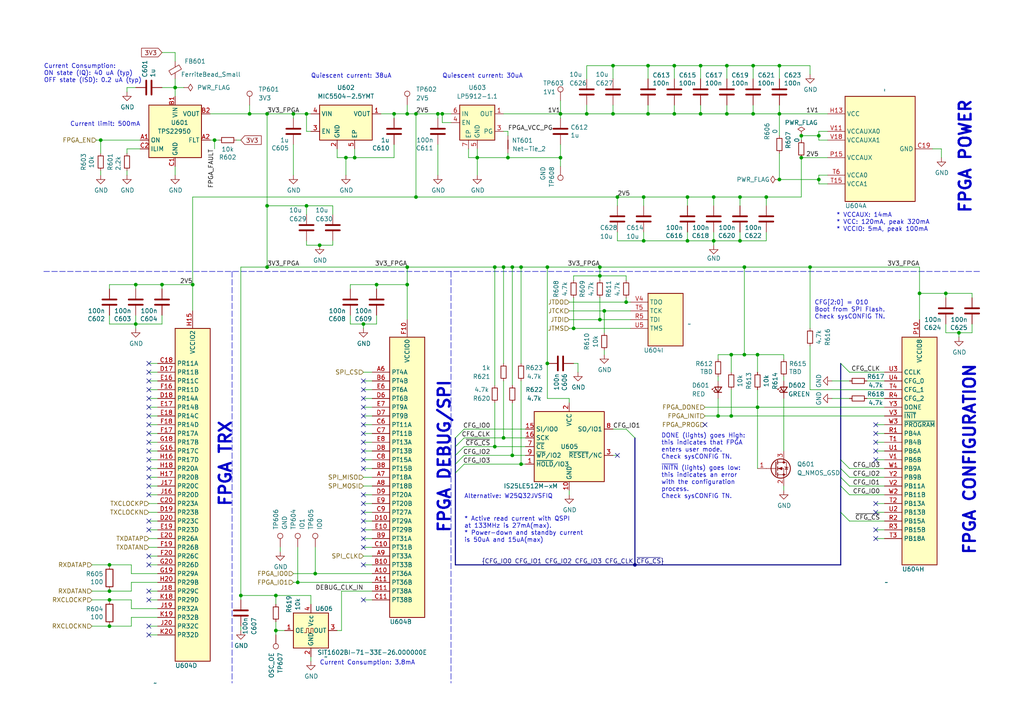
<source format=kicad_sch>
(kicad_sch (version 20211123) (generator eeschema)

  (uuid e6861313-0042-44a8-a0bd-deae1d0fda2f)

  (paper "A4")

  

  (junction (at 187.96 19.05) (diameter 0) (color 0 0 0 0)
    (uuid 00b2861a-b8f3-4dc1-ba3c-7631b8afcf7a)
  )
  (junction (at 72.39 33.02) (diameter 0) (color 0 0 0 0)
    (uuid 06dfeb88-f962-4ea2-b38a-39d1258be817)
  )
  (junction (at 207.01 69.85) (diameter 0) (color 0 0 0 0)
    (uuid 08809396-f2be-4c56-85f5-dffa7f055726)
  )
  (junction (at 39.37 93.98) (diameter 0) (color 0 0 0 0)
    (uuid 09ff8530-714c-45c9-8c7a-26c93d48c5d9)
  )
  (junction (at 118.11 82.55) (diameter 0) (color 0 0 0 0)
    (uuid 0b0331f0-ad6e-45d6-b767-0f62f575797e)
  )
  (junction (at 226.06 52.07) (diameter 0) (color 0 0 0 0)
    (uuid 0cacec70-8ac2-4fa9-8909-9b260eba7365)
  )
  (junction (at 210.82 33.02) (diameter 0) (color 0 0 0 0)
    (uuid 0d13f7a2-df60-4c91-8571-2ba938884f9e)
  )
  (junction (at 31.75 163.83) (diameter 0) (color 0 0 0 0)
    (uuid 0d486e1b-ec2a-4c13-b68c-5a8bc7fbed29)
  )
  (junction (at 146.05 77.47) (diameter 0) (color 0 0 0 0)
    (uuid 1208e82b-c119-4943-9f24-6690302ddeae)
  )
  (junction (at 88.9 33.02) (diameter 0) (color 0 0 0 0)
    (uuid 129519b5-bc1e-406a-b3ff-f03ddcb3f164)
  )
  (junction (at 199.39 69.85) (diameter 0) (color 0 0 0 0)
    (uuid 15d380e1-c706-42b0-a33e-897e2e0164ce)
  )
  (junction (at 212.09 102.87) (diameter 0) (color 0 0 0 0)
    (uuid 175a04b6-29eb-4bba-9e0a-ea2dc8a0d5c6)
  )
  (junction (at 237.49 52.07) (diameter 0) (color 0 0 0 0)
    (uuid 19963ee3-b1fd-4164-b945-c72377549360)
  )
  (junction (at 215.9 102.87) (diameter 0) (color 0 0 0 0)
    (uuid 241141d8-eefb-4ed3-afda-7ac5b7738674)
  )
  (junction (at 214.63 69.85) (diameter 0) (color 0 0 0 0)
    (uuid 26a6c266-5291-42de-8869-cbac37d7eb83)
  )
  (junction (at 158.75 105.41) (diameter 0) (color 0 0 0 0)
    (uuid 277c2dc1-22cd-4a94-a926-47dcd9a73f5a)
  )
  (junction (at 31.75 173.99) (diameter 0) (color 0 0 0 0)
    (uuid 29c84d61-59a9-4bce-97ae-96a4ad953873)
  )
  (junction (at 143.51 129.54) (diameter 0) (color 0 0 0 0)
    (uuid 2d2b0ba7-c42a-4ac0-aaa7-6cfe551f55da)
  )
  (junction (at 179.07 57.15) (diameter 0) (color 0 0 0 0)
    (uuid 30379c22-a685-49ff-80d7-5aea510c03c7)
  )
  (junction (at 173.99 77.47) (diameter 0) (color 0 0 0 0)
    (uuid 324e688a-1843-4d60-88cb-75de623baa87)
  )
  (junction (at 195.58 19.05) (diameter 0) (color 0 0 0 0)
    (uuid 3370f7bc-0dce-47a5-93fd-e6cd756685fe)
  )
  (junction (at 148.59 132.08) (diameter 0) (color 0 0 0 0)
    (uuid 356144dc-a0fe-4fdc-8eb3-888b5b3a8703)
  )
  (junction (at 80.01 172.72) (diameter 0) (color 0 0 0 0)
    (uuid 392d2075-8af3-405f-aa66-719b5a8b3345)
  )
  (junction (at 222.25 57.15) (diameter 0) (color 0 0 0 0)
    (uuid 3a84a26d-1aff-4f39-9c0d-894bcbfe30c9)
  )
  (junction (at 177.8 33.02) (diameter 0) (color 0 0 0 0)
    (uuid 3ae3af36-4978-4680-8d86-777e00a82da0)
  )
  (junction (at 187.96 33.02) (diameter 0) (color 0 0 0 0)
    (uuid 3b7c5f15-b782-45fd-bc3a-8dcd36dbc6b0)
  )
  (junction (at 173.99 80.01) (diameter 0) (color 0 0 0 0)
    (uuid 3b8b8703-9053-44ea-a92f-4d0312c39d01)
  )
  (junction (at 69.85 172.72) (diameter 0) (color 0 0 0 0)
    (uuid 3e9126e9-870f-46f4-88af-ab6b54b7d9d4)
  )
  (junction (at 92.71 71.12) (diameter 0) (color 0 0 0 0)
    (uuid 3fa56298-fe1e-41ed-b35c-459c28c4ca60)
  )
  (junction (at 162.56 33.02) (diameter 0) (color 0 0 0 0)
    (uuid 4499aa0b-b87b-424c-8c84-6cba11893b29)
  )
  (junction (at 85.09 33.02) (diameter 0) (color 0 0 0 0)
    (uuid 4515fcae-24fb-4e0d-af9c-772b2ddb3754)
  )
  (junction (at 170.18 33.02) (diameter 0) (color 0 0 0 0)
    (uuid 4523e497-055f-4b51-8678-55d724d888b2)
  )
  (junction (at 151.13 134.62) (diameter 0) (color 0 0 0 0)
    (uuid 46a8550f-d8e2-43f8-8d59-e9d4f2664656)
  )
  (junction (at 55.88 82.55) (diameter 0) (color 0 0 0 0)
    (uuid 4715e7b9-561c-433a-a8f4-013152e129cb)
  )
  (junction (at 88.9 59.69) (diameter 0) (color 0 0 0 0)
    (uuid 4cc668d7-e979-4d65-9df1-548f4ae73551)
  )
  (junction (at 80.01 182.88) (diameter 0) (color 0 0 0 0)
    (uuid 4d819a31-f9aa-4662-a958-7d3cc3434aa9)
  )
  (junction (at 120.65 57.15) (diameter 0) (color 0 0 0 0)
    (uuid 52eb4a0d-5874-4f2a-ac89-e96718db1b04)
  )
  (junction (at 29.21 40.64) (diameter 0) (color 0 0 0 0)
    (uuid 52faaf0a-32c9-4779-87ee-ab7d6dfca769)
  )
  (junction (at 195.58 33.02) (diameter 0) (color 0 0 0 0)
    (uuid 537ca58b-df6e-458b-bb3f-db587afb608f)
  )
  (junction (at 46.99 82.55) (diameter 0) (color 0 0 0 0)
    (uuid 53809074-8db8-4e18-a150-120940309410)
  )
  (junction (at 210.82 19.05) (diameter 0) (color 0 0 0 0)
    (uuid 59655a8a-a10b-45d8-97b7-92779cae6511)
  )
  (junction (at 102.87 45.72) (diameter 0) (color 0 0 0 0)
    (uuid 5e58e5bc-c589-4204-bb8e-5af05f3bc287)
  )
  (junction (at 181.61 87.63) (diameter 0) (color 0 0 0 0)
    (uuid 60b9792a-cb51-4b9a-8bbb-65b72527665d)
  )
  (junction (at 266.7 85.09) (diameter 0) (color 0 0 0 0)
    (uuid 667c348a-d139-4b04-acb5-5645964ed3b9)
  )
  (junction (at 226.06 33.02) (diameter 0) (color 0 0 0 0)
    (uuid 69884a0b-c9c4-4511-b292-6c1f01159160)
  )
  (junction (at 186.69 69.85) (diameter 0) (color 0 0 0 0)
    (uuid 6d738828-60d6-49a4-b638-6205efd77af8)
  )
  (junction (at 31.75 171.45) (diameter 0) (color 0 0 0 0)
    (uuid 7d551cc8-80c5-40d0-a988-3a7d0922c903)
  )
  (junction (at 203.2 33.02) (diameter 0) (color 0 0 0 0)
    (uuid 7d7799cf-738a-472c-9316-e59f762b895f)
  )
  (junction (at 184.15 163.83) (diameter 0) (color 0 0 0 0)
    (uuid 7f2fba3a-571a-4667-a051-cec94d3d1a39)
  )
  (junction (at 212.09 120.65) (diameter 0) (color 0 0 0 0)
    (uuid 811cd69f-4dd8-47a7-a303-0ca36cee248f)
  )
  (junction (at 105.41 93.98) (diameter 0) (color 0 0 0 0)
    (uuid 82494344-2f2c-4de0-a7fd-72a6a0647225)
  )
  (junction (at 143.51 77.47) (diameter 0) (color 0 0 0 0)
    (uuid 8359f256-430b-4d84-8c57-432c93422f40)
  )
  (junction (at 50.8 25.4) (diameter 0) (color 0 0 0 0)
    (uuid 86c7d8f2-1ff5-445f-814d-34b4119c8e50)
  )
  (junction (at 166.37 95.25) (diameter 0) (color 0 0 0 0)
    (uuid 8a5d9b85-7762-4fea-840d-0540048f2180)
  )
  (junction (at 234.95 77.47) (diameter 0) (color 0 0 0 0)
    (uuid 8ab6a98d-3da8-4eae-b246-010cfaacbb09)
  )
  (junction (at 120.65 33.02) (diameter 0) (color 0 0 0 0)
    (uuid 8ac1e099-396c-4d3b-ab79-f864e5a18abc)
  )
  (junction (at 278.13 96.52) (diameter 0) (color 0 0 0 0)
    (uuid 8c315a62-8d5b-41dc-9589-396ebc61c194)
  )
  (junction (at 39.37 82.55) (diameter 0) (color 0 0 0 0)
    (uuid 900f2a37-e72f-479b-816d-6716ba4b9f27)
  )
  (junction (at 127 33.02) (diameter 0) (color 0 0 0 0)
    (uuid 910b2248-fdad-4462-ad7e-bb8bcb6a0e43)
  )
  (junction (at 128.27 33.02) (diameter 0) (color 0 0 0 0)
    (uuid 943e3f01-be82-4325-afd8-80ee519d19c2)
  )
  (junction (at 114.3 33.02) (diameter 0) (color 0 0 0 0)
    (uuid 9c13430b-29c7-4f7b-a0d9-fa96931c6a79)
  )
  (junction (at 151.13 77.47) (diameter 0) (color 0 0 0 0)
    (uuid 9c64832c-3c6f-4cc1-a92a-ecb555d94cc0)
  )
  (junction (at 77.47 77.47) (diameter 0) (color 0 0 0 0)
    (uuid 9d726789-51e2-4caf-a972-eacf04228c83)
  )
  (junction (at 31.75 181.61) (diameter 0) (color 0 0 0 0)
    (uuid 9d835ca6-eab2-430e-8507-201b163d4a71)
  )
  (junction (at 274.32 85.09) (diameter 0) (color 0 0 0 0)
    (uuid 9e618698-f1bc-4f78-9b97-92aace28e15f)
  )
  (junction (at 199.39 57.15) (diameter 0) (color 0 0 0 0)
    (uuid a41ba962-fb98-4253-ac63-e21b3cd846fa)
  )
  (junction (at 86.36 168.91) (diameter 0) (color 0 0 0 0)
    (uuid a844a060-e560-4c5a-af7b-0b1046e597fb)
  )
  (junction (at 219.71 118.11) (diameter 0) (color 0 0 0 0)
    (uuid aa77a0ad-aac3-4734-9015-ed94cd1af9fe)
  )
  (junction (at 77.47 33.02) (diameter 0) (color 0 0 0 0)
    (uuid ad22c593-6a9b-4af4-b68e-0bedcb1a436b)
  )
  (junction (at 62.23 40.64) (diameter 0) (color 0 0 0 0)
    (uuid b185df74-1fd1-4fef-b437-402d01fd2139)
  )
  (junction (at 146.05 127) (diameter 0) (color 0 0 0 0)
    (uuid b3b4c6a7-8aed-449d-a3f9-7a1bcb3e39ce)
  )
  (junction (at 118.11 33.02) (diameter 0) (color 0 0 0 0)
    (uuid b6d04da3-5214-4dc2-8297-23f24e016842)
  )
  (junction (at 214.63 57.15) (diameter 0) (color 0 0 0 0)
    (uuid b7dc7bfa-cd4a-4a1c-8c54-411a8d3f5bd6)
  )
  (junction (at 218.44 33.02) (diameter 0) (color 0 0 0 0)
    (uuid ba9a151e-1151-41ca-89c0-109df2e51cb6)
  )
  (junction (at 218.44 19.05) (diameter 0) (color 0 0 0 0)
    (uuid badcffa6-da54-4b06-9395-36755cdc312b)
  )
  (junction (at 148.59 77.47) (diameter 0) (color 0 0 0 0)
    (uuid bba2393f-1e80-48ab-9c4e-5eeb5e42bbfd)
  )
  (junction (at 207.01 57.15) (diameter 0) (color 0 0 0 0)
    (uuid bc0979d7-a292-4946-9361-9e27fe6c480a)
  )
  (junction (at 215.9 77.47) (diameter 0) (color 0 0 0 0)
    (uuid bed2f8e2-b64f-4424-97ef-13e997f59ce2)
  )
  (junction (at 237.49 39.37) (diameter 0) (color 0 0 0 0)
    (uuid bef4af2e-419f-40de-99cf-11316b9cd937)
  )
  (junction (at 203.2 19.05) (diameter 0) (color 0 0 0 0)
    (uuid c560266a-b891-4bf3-834d-a20e1acbf38c)
  )
  (junction (at 100.33 45.72) (diameter 0) (color 0 0 0 0)
    (uuid c64d7246-04ce-436f-b7c6-f2a211fe0335)
  )
  (junction (at 232.41 39.37) (diameter 0) (color 0 0 0 0)
    (uuid c6a7690e-9b50-478f-8181-9c7edb7efd98)
  )
  (junction (at 219.71 102.87) (diameter 0) (color 0 0 0 0)
    (uuid caf935bd-1e71-41ca-84e2-5c51f56be8a2)
  )
  (junction (at 208.28 120.65) (diameter 0) (color 0 0 0 0)
    (uuid cd7a2132-bd59-4811-9e89-d10c1bfed2df)
  )
  (junction (at 232.41 45.72) (diameter 0) (color 0 0 0 0)
    (uuid d7afa860-4900-42d8-ac9f-c4de0971d0af)
  )
  (junction (at 175.26 90.17) (diameter 0) (color 0 0 0 0)
    (uuid dd70b6df-d559-40a7-bc3b-c233ac555e02)
  )
  (junction (at 138.43 45.72) (diameter 0) (color 0 0 0 0)
    (uuid e07747b5-ad95-44e7-a60f-1d6d0397861e)
  )
  (junction (at 158.75 77.47) (diameter 0) (color 0 0 0 0)
    (uuid e427069a-5c20-474c-87ca-36a53393cdc3)
  )
  (junction (at 177.8 19.05) (diameter 0) (color 0 0 0 0)
    (uuid e67da773-cc01-4bec-8f3e-dad1ea8f9388)
  )
  (junction (at 226.06 19.05) (diameter 0) (color 0 0 0 0)
    (uuid eac7ec08-e7df-4b3c-a641-da88ae31efeb)
  )
  (junction (at 186.69 57.15) (diameter 0) (color 0 0 0 0)
    (uuid eba13c13-2deb-4519-913e-f43cb84146fe)
  )
  (junction (at 147.32 45.72) (diameter 0) (color 0 0 0 0)
    (uuid ee57107f-3326-407a-82c1-d8c2e2029936)
  )
  (junction (at 91.44 166.37) (diameter 0) (color 0 0 0 0)
    (uuid f5d947e0-1a40-4be1-b537-55484539f42b)
  )
  (junction (at 109.22 82.55) (diameter 0) (color 0 0 0 0)
    (uuid f6e24a42-e21b-4472-a53f-0c68bf5b725c)
  )
  (junction (at 162.56 45.72) (diameter 0) (color 0 0 0 0)
    (uuid f6ea5437-c45c-44ca-9fb0-936e609a75fb)
  )
  (junction (at 77.47 59.69) (diameter 0) (color 0 0 0 0)
    (uuid f9a1a2ef-62b9-478b-a083-c12764827013)
  )
  (junction (at 118.11 77.47) (diameter 0) (color 0 0 0 0)
    (uuid fcce69bc-33c3-4996-ba5b-c1eda94e7634)
  )
  (junction (at 173.99 92.71) (diameter 0) (color 0 0 0 0)
    (uuid fdb404c9-5607-4f4e-961f-aaa1814b16ca)
  )

  (no_connect (at 43.18 107.95) (uuid 0087fb22-ba0c-4acc-b8bc-9fdd9623d4bf))
  (no_connect (at 43.18 161.29) (uuid 092bc9ec-e3c7-4eae-b7f7-77b94e386478))
  (no_connect (at 43.18 140.97) (uuid 0d616157-6bdf-45aa-bced-1021f97957e2))
  (no_connect (at 43.18 133.35) (uuid 0d616157-6bdf-45aa-bced-1021f97957e3))
  (no_connect (at 43.18 135.89) (uuid 0d616157-6bdf-45aa-bced-1021f97957e4))
  (no_connect (at 43.18 138.43) (uuid 0d616157-6bdf-45aa-bced-1021f97957e5))
  (no_connect (at 179.07 132.08) (uuid 0d97e9cd-c31a-4ad5-a968-c012e35fc182))
  (no_connect (at 105.41 113.03) (uuid 12bb232f-8d44-416d-9f9a-c3817e1f9a82))
  (no_connect (at 105.41 163.83) (uuid 17062b70-c549-4bcd-b5f3-6b5f30bea7aa))
  (no_connect (at 105.41 123.19) (uuid 1856bedc-4340-4752-b096-e6d8f5bcf31b))
  (no_connect (at 105.41 110.49) (uuid 1b346ad8-49c1-4d9a-9e92-c03d189ee1dd))
  (no_connect (at 43.18 171.45) (uuid 20d1812c-cd35-4c64-908b-bbd37c456360))
  (no_connect (at 105.41 118.11) (uuid 20d359e1-1836-4cbc-af2f-3630566df0d0))
  (no_connect (at 43.18 173.99) (uuid 27d1c3c8-1813-43b9-877b-d67d9b61a694))
  (no_connect (at 105.41 135.89) (uuid 2f4cdc79-030c-4165-a024-a7947d41e2fa))
  (no_connect (at 105.41 143.51) (uuid 39110e7c-525d-47be-9ab5-6a9c05261880))
  (no_connect (at 43.18 181.61) (uuid 39507dbc-d91c-4e92-a89e-2259b7223eca))
  (no_connect (at 43.18 115.57) (uuid 3edb3167-e45b-49a4-a46e-0c3b66c8794c))
  (no_connect (at 254 148.59) (uuid 44d1208f-3dab-4b1f-a881-04d6516bd03a))
  (no_connect (at 43.18 125.73) (uuid 469a0a3e-9e33-4569-a802-6a64c4500215))
  (no_connect (at 105.41 148.59) (uuid 532043c0-7b92-4671-9c04-5a267bef43fd))
  (no_connect (at 204.47 123.19) (uuid 5cef7952-c5d9-4b64-8654-67db4abb18c3))
  (no_connect (at 105.41 156.21) (uuid 5d18cfa1-cd09-446a-be68-ac5734008cfe))
  (no_connect (at 254 125.73) (uuid 5f980097-c3af-4712-b759-d76150575b23))
  (no_connect (at 105.41 146.05) (uuid 61a081bd-8501-47d3-bd39-7d1a0c21cff0))
  (no_connect (at 43.18 113.03) (uuid 65ec770c-f207-4c98-84df-4fface0e5735))
  (no_connect (at 254 123.19) (uuid 74de4f60-8e78-40c1-a3fb-3b6879fff038))
  (no_connect (at 43.18 184.15) (uuid 7a9ccfdf-f203-42e3-a246-c7952ed42301))
  (no_connect (at 105.41 151.13) (uuid 7c2c06b3-79e4-4293-931d-2fa96c3a5eb8))
  (no_connect (at 43.18 120.65) (uuid 8511434d-1111-416b-b59e-7f7fab3537d6))
  (no_connect (at 43.18 118.11) (uuid 878ae374-4f73-4474-bde8-ea148af29188))
  (no_connect (at 254 146.05) (uuid 8fd6b421-fd42-4b9c-9ec5-7fe6ad287c38))
  (no_connect (at 43.18 128.27) (uuid 952ad99e-d3ed-4ada-99ce-e2c704402aab))
  (no_connect (at 105.41 130.81) (uuid 9eb7170b-3da1-457a-910a-997869bded1a))
  (no_connect (at 43.18 105.41) (uuid 9ec70d98-75ce-4ab7-9e1f-60ef736cb193))
  (no_connect (at 105.41 128.27) (uuid a00238f5-72d6-40e7-b73e-3ffd08ceee7e))
  (no_connect (at 105.41 153.67) (uuid a0a81c39-62ab-483b-92e8-438842cf19fc))
  (no_connect (at 43.18 123.19) (uuid a5f92b36-b8f4-4a10-90da-5695567ef3ec))
  (no_connect (at 105.41 115.57) (uuid b1011abf-258e-4cab-a44d-332b4651c3f5))
  (no_connect (at 254 130.81) (uuid be7de968-33ef-4f91-8b12-f0d3a2050b4c))
  (no_connect (at 105.41 125.73) (uuid c5674969-13d8-40d2-99ca-df9adcd5445d))
  (no_connect (at 105.41 158.75) (uuid c6c4013d-3700-4ed7-9261-acfb9c8eeaa7))
  (no_connect (at 105.41 120.65) (uuid cdd6a1ea-c980-432f-ae87-d2e371cec527))
  (no_connect (at 43.18 153.67) (uuid d2a1dfde-6514-44a0-868d-aeae5393d2b9))
  (no_connect (at 254 153.67) (uuid d5984c9f-d7d6-4880-9ccf-8cd0f0739db2))
  (no_connect (at 43.18 130.81) (uuid d6e25b57-4f73-4a9e-96e1-2afe3109a444))
  (no_connect (at 254 128.27) (uuid dc7a756e-09f4-4e54-84a6-91b102dbd2de))
  (no_connect (at 254 133.35) (uuid e08881a7-ea9c-46a7-bd76-7c0809750c00))
  (no_connect (at 43.18 110.49) (uuid e3394ed9-1c21-4e5c-bcea-5e971d8a7cf7))
  (no_connect (at 254 156.21) (uuid ede8c8b8-df9b-4773-bea5-99eda1e39312))
  (no_connect (at 105.41 173.99) (uuid f3e9a2b1-bb51-4ad1-8079-e7d788831e63))
  (no_connect (at 43.18 151.13) (uuid f5ab30bd-8933-4d63-90be-5a945f7dcc81))
  (no_connect (at 43.18 163.83) (uuid f62364e9-06e8-4878-a9f6-c9fb562d98a1))
  (no_connect (at 43.18 143.51) (uuid f76de2de-56c9-4236-84f0-f5b7fc28e87a))
  (no_connect (at 105.41 133.35) (uuid fdcc1581-186c-4c19-b4e5-135f15587d55))

  (bus_entry (at 243.84 138.43) (size 2.54 2.54)
    (stroke (width 0) (type default) (color 0 0 0 0))
    (uuid 1298f126-2352-48f2-825f-de17742fc4db)
  )
  (bus_entry (at 132.08 137.16) (size 2.54 -2.54)
    (stroke (width 0) (type default) (color 0 0 0 0))
    (uuid 23b51995-fe23-4d97-a066-5f4147818f87)
  )
  (bus_entry (at 181.61 124.46) (size 2.54 2.54)
    (stroke (width 0) (type default) (color 0 0 0 0))
    (uuid 665861bb-3c85-43bc-9dc7-9c72219f317e)
  )
  (bus_entry (at 243.84 140.97) (size 2.54 2.54)
    (stroke (width 0) (type default) (color 0 0 0 0))
    (uuid 75a9480d-8ac3-41df-9f4f-5d9ed7a1782e)
  )
  (bus_entry (at 132.08 134.62) (size 2.54 -2.54)
    (stroke (width 0) (type default) (color 0 0 0 0))
    (uuid 785dddf9-3cf0-4e85-8632-1a314bbc34b2)
  )
  (bus_entry (at 243.84 133.35) (size 2.54 2.54)
    (stroke (width 0) (type default) (color 0 0 0 0))
    (uuid 8ce16e23-12f4-46be-951f-c046f1bd3479)
  )
  (bus_entry (at 243.84 135.89) (size 2.54 2.54)
    (stroke (width 0) (type default) (color 0 0 0 0))
    (uuid ae509cef-b2d4-4701-bd39-f4d022ead86d)
  )
  (bus_entry (at 132.08 129.54) (size 2.54 -2.54)
    (stroke (width 0) (type default) (color 0 0 0 0))
    (uuid cc888799-c0b4-4c79-87f8-a4a62f5d81d0)
  )
  (bus_entry (at 132.08 132.08) (size 2.54 -2.54)
    (stroke (width 0) (type default) (color 0 0 0 0))
    (uuid cc888799-c0b4-4c79-87f8-a4a62f5d81d1)
  )
  (bus_entry (at 134.62 124.46) (size -2.54 2.54)
    (stroke (width 0) (type default) (color 0 0 0 0))
    (uuid cc888799-c0b4-4c79-87f8-a4a62f5d81d2)
  )
  (bus_entry (at 243.84 148.59) (size 2.54 2.54)
    (stroke (width 0) (type default) (color 0 0 0 0))
    (uuid dbd2f208-6165-4a10-afab-a9eb941486a4)
  )
  (bus_entry (at 243.84 105.41) (size 2.54 2.54)
    (stroke (width 0) (type default) (color 0 0 0 0))
    (uuid fe7571cb-0e18-4010-9006-7209546aee72)
  )

  (wire (pts (xy 170.18 19.05) (xy 177.8 19.05))
    (stroke (width 0) (type default) (color 0 0 0 0))
    (uuid 003d1996-31d4-42df-9e35-3c5d30d00a75)
  )
  (wire (pts (xy 26.67 173.99) (xy 31.75 173.99))
    (stroke (width 0) (type default) (color 0 0 0 0))
    (uuid 03637e18-e11c-4b9f-90f4-25e02d3e8f6b)
  )
  (wire (pts (xy 232.41 45.72) (xy 240.03 45.72))
    (stroke (width 0) (type default) (color 0 0 0 0))
    (uuid 0369059b-f0e3-43f4-93b1-43f55e5701d9)
  )
  (wire (pts (xy 234.95 77.47) (xy 266.7 77.47))
    (stroke (width 0) (type default) (color 0 0 0 0))
    (uuid 04033699-6db0-441b-8bf7-eec0c4b3b674)
  )
  (wire (pts (xy 246.38 135.89) (xy 256.54 135.89))
    (stroke (width 0) (type default) (color 0 0 0 0))
    (uuid 04e1fb0d-fb90-4b59-8c10-a2e6b65a5e0f)
  )
  (wire (pts (xy 118.11 30.48) (xy 118.11 33.02))
    (stroke (width 0) (type default) (color 0 0 0 0))
    (uuid 0707c5da-9a1d-47d9-a0ef-54a24041412e)
  )
  (wire (pts (xy 151.13 134.62) (xy 152.4 134.62))
    (stroke (width 0) (type default) (color 0 0 0 0))
    (uuid 087f3e61-a694-429a-942e-af258b4acc4b)
  )
  (wire (pts (xy 105.41 138.43) (xy 107.95 138.43))
    (stroke (width 0) (type default) (color 0 0 0 0))
    (uuid 09033c23-8490-4e5c-b958-1ecb82045303)
  )
  (wire (pts (xy 114.3 45.72) (xy 102.87 45.72))
    (stroke (width 0) (type default) (color 0 0 0 0))
    (uuid 0921de0c-8fc3-4d1f-88cb-63d24873b3da)
  )
  (wire (pts (xy 26.67 163.83) (xy 31.75 163.83))
    (stroke (width 0) (type default) (color 0 0 0 0))
    (uuid 0923fc8c-f40c-4491-87fe-a32c6de91bcd)
  )
  (wire (pts (xy 227.33 102.87) (xy 219.71 102.87))
    (stroke (width 0) (type default) (color 0 0 0 0))
    (uuid 098da118-9076-4855-b433-1fb81c3b9831)
  )
  (wire (pts (xy 120.65 33.02) (xy 120.65 57.15))
    (stroke (width 0) (type default) (color 0 0 0 0))
    (uuid 09ff688e-ba8b-4c2c-9356-baf8f4c521c9)
  )
  (wire (pts (xy 251.46 110.49) (xy 256.54 110.49))
    (stroke (width 0) (type default) (color 0 0 0 0))
    (uuid 0a0efa78-3dbd-44e2-9cac-bbbc1514cb4a)
  )
  (wire (pts (xy 167.64 105.41) (xy 167.64 107.95))
    (stroke (width 0) (type default) (color 0 0 0 0))
    (uuid 0a428af4-d960-4f7c-a083-504057c1e819)
  )
  (wire (pts (xy 226.06 19.05) (xy 234.95 19.05))
    (stroke (width 0) (type default) (color 0 0 0 0))
    (uuid 0bd27bb8-242f-4f0c-b5bf-1666e2009b71)
  )
  (wire (pts (xy 72.39 30.48) (xy 72.39 33.02))
    (stroke (width 0) (type default) (color 0 0 0 0))
    (uuid 0c73103a-2b41-4ced-af99-eb4949f4b4f0)
  )
  (wire (pts (xy 199.39 57.15) (xy 199.39 59.69))
    (stroke (width 0) (type default) (color 0 0 0 0))
    (uuid 0cd0f02c-77db-4f55-b046-bdaf6b682091)
  )
  (wire (pts (xy 226.06 52.07) (xy 237.49 52.07))
    (stroke (width 0) (type default) (color 0 0 0 0))
    (uuid 0d10749f-254d-4425-857b-d71e2c55c1cc)
  )
  (wire (pts (xy 181.61 86.36) (xy 181.61 87.63))
    (stroke (width 0) (type default) (color 0 0 0 0))
    (uuid 0d2a10ee-921c-42f5-83bb-425e3bc88b08)
  )
  (wire (pts (xy 90.17 190.5) (xy 90.17 191.77))
    (stroke (width 0) (type default) (color 0 0 0 0))
    (uuid 0dfd3030-be04-4d31-ab7a-5e9d80308efc)
  )
  (wire (pts (xy 151.13 110.49) (xy 151.13 134.62))
    (stroke (width 0) (type default) (color 0 0 0 0))
    (uuid 0e475c27-688f-4e55-a388-4c84998966b4)
  )
  (wire (pts (xy 138.43 45.72) (xy 135.89 45.72))
    (stroke (width 0) (type default) (color 0 0 0 0))
    (uuid 0fa9d8e0-f86b-467e-a658-735787770ec8)
  )
  (wire (pts (xy 254 153.67) (xy 256.54 153.67))
    (stroke (width 0) (type default) (color 0 0 0 0))
    (uuid 10b73343-3a3a-4377-b401-04c4334fea4e)
  )
  (wire (pts (xy 114.3 41.91) (xy 114.3 45.72))
    (stroke (width 0) (type default) (color 0 0 0 0))
    (uuid 11125720-5949-4a0e-b685-8c6f383d8a6d)
  )
  (wire (pts (xy 80.01 172.72) (xy 80.01 175.26))
    (stroke (width 0) (type default) (color 0 0 0 0))
    (uuid 116f0b71-d5d7-4690-a677-68fa8ebbc7ce)
  )
  (wire (pts (xy 85.09 33.02) (xy 88.9 33.02))
    (stroke (width 0) (type default) (color 0 0 0 0))
    (uuid 11c13a18-3f13-4869-b564-c6a02043f431)
  )
  (wire (pts (xy 179.07 67.31) (xy 179.07 69.85))
    (stroke (width 0) (type default) (color 0 0 0 0))
    (uuid 11cb45bc-443f-4173-b8e9-0c63cb7910ab)
  )
  (wire (pts (xy 143.51 77.47) (xy 146.05 77.47))
    (stroke (width 0) (type default) (color 0 0 0 0))
    (uuid 11d1be97-baea-4796-a961-840b0dce7d87)
  )
  (wire (pts (xy 130.81 33.02) (xy 128.27 33.02))
    (stroke (width 0) (type default) (color 0 0 0 0))
    (uuid 11f89246-6d3a-4e08-ad3c-f9bca4de7df2)
  )
  (wire (pts (xy 43.18 181.61) (xy 45.72 181.61))
    (stroke (width 0) (type default) (color 0 0 0 0))
    (uuid 12236ce1-b1d9-4ab2-93b0-cfa25b714ba6)
  )
  (wire (pts (xy 143.51 116.84) (xy 143.51 129.54))
    (stroke (width 0) (type default) (color 0 0 0 0))
    (uuid 13243781-03ed-4d12-a9a8-6da3fcf0eca3)
  )
  (wire (pts (xy 179.07 57.15) (xy 179.07 59.69))
    (stroke (width 0) (type default) (color 0 0 0 0))
    (uuid 138dd9be-bd9d-4a1f-94b5-ce52ec295823)
  )
  (wire (pts (xy 240.03 53.34) (xy 237.49 53.34))
    (stroke (width 0) (type default) (color 0 0 0 0))
    (uuid 13c7091d-bd4a-4afc-83f5-500c48a0936a)
  )
  (wire (pts (xy 96.52 59.69) (xy 96.52 62.23))
    (stroke (width 0) (type default) (color 0 0 0 0))
    (uuid 14559b43-9170-4c58-b818-18bad5373fac)
  )
  (wire (pts (xy 208.28 120.65) (xy 212.09 120.65))
    (stroke (width 0) (type default) (color 0 0 0 0))
    (uuid 148914fb-24cd-4620-8dcf-48009551ad5c)
  )
  (wire (pts (xy 227.33 115.57) (xy 227.33 130.81))
    (stroke (width 0) (type default) (color 0 0 0 0))
    (uuid 14e5c329-6fc9-49e6-8c2c-39adc3fa7bae)
  )
  (wire (pts (xy 212.09 113.03) (xy 212.09 120.65))
    (stroke (width 0) (type default) (color 0 0 0 0))
    (uuid 1512b437-e608-480d-9216-180d37bc381d)
  )
  (wire (pts (xy 43.18 184.15) (xy 45.72 184.15))
    (stroke (width 0) (type default) (color 0 0 0 0))
    (uuid 159cc0ef-92d5-45e7-a973-60f5f57578cc)
  )
  (wire (pts (xy 105.41 115.57) (xy 107.95 115.57))
    (stroke (width 0) (type default) (color 0 0 0 0))
    (uuid 15e11933-fc6e-47fb-9c0b-3a3f0e3fabd8)
  )
  (wire (pts (xy 162.56 34.29) (xy 162.56 33.02))
    (stroke (width 0) (type default) (color 0 0 0 0))
    (uuid 17002779-37cb-4a3d-aee4-3b5fd642ee9c)
  )
  (wire (pts (xy 222.25 69.85) (xy 222.25 67.31))
    (stroke (width 0) (type default) (color 0 0 0 0))
    (uuid 17140126-998a-4315-b890-16c2568f9cb2)
  )
  (wire (pts (xy 212.09 102.87) (xy 215.9 102.87))
    (stroke (width 0) (type default) (color 0 0 0 0))
    (uuid 190a3cc4-def8-4206-ab90-d00b9e7eaadf)
  )
  (wire (pts (xy 39.37 82.55) (xy 46.99 82.55))
    (stroke (width 0) (type default) (color 0 0 0 0))
    (uuid 1955165a-75cf-47a6-b491-2fe60f45fd8e)
  )
  (wire (pts (xy 88.9 38.1) (xy 90.17 38.1))
    (stroke (width 0) (type default) (color 0 0 0 0))
    (uuid 1993f18c-fdcc-4dc1-8dda-2447c603ac72)
  )
  (wire (pts (xy 45.72 179.07) (xy 38.1 179.07))
    (stroke (width 0) (type default) (color 0 0 0 0))
    (uuid 1a58cf29-d961-4692-a0a1-d632ea4c6ab7)
  )
  (wire (pts (xy 177.8 19.05) (xy 187.96 19.05))
    (stroke (width 0) (type default) (color 0 0 0 0))
    (uuid 1a7a49bc-8a95-4b72-8211-596da27dfa0f)
  )
  (wire (pts (xy 69.85 172.72) (xy 80.01 172.72))
    (stroke (width 0) (type default) (color 0 0 0 0))
    (uuid 1b08048a-8695-4a55-aeff-ae75b2db373e)
  )
  (wire (pts (xy 186.69 57.15) (xy 186.69 59.69))
    (stroke (width 0) (type default) (color 0 0 0 0))
    (uuid 1c58e9c0-c98d-4a96-aa61-949d189c3ed5)
  )
  (wire (pts (xy 43.18 138.43) (xy 45.72 138.43))
    (stroke (width 0) (type default) (color 0 0 0 0))
    (uuid 1e83acf9-f875-442b-9af7-7d56c2f6388b)
  )
  (wire (pts (xy 91.44 166.37) (xy 107.95 166.37))
    (stroke (width 0) (type default) (color 0 0 0 0))
    (uuid 1eff1ed2-3407-4e16-a777-f548c8802211)
  )
  (wire (pts (xy 43.18 140.97) (xy 45.72 140.97))
    (stroke (width 0) (type default) (color 0 0 0 0))
    (uuid 1f5bbee2-ceb8-4588-b96b-14e47354993f)
  )
  (wire (pts (xy 270.51 43.18) (xy 273.05 43.18))
    (stroke (width 0) (type default) (color 0 0 0 0))
    (uuid 225c4518-5534-41b9-a40b-c004e917a6a4)
  )
  (bus (pts (xy 243.84 105.41) (xy 243.84 133.35))
    (stroke (width 0) (type default) (color 0 0 0 0))
    (uuid 233be75f-73b3-47e3-86d1-845f2f10765f)
  )

  (wire (pts (xy 203.2 19.05) (xy 210.82 19.05))
    (stroke (width 0) (type default) (color 0 0 0 0))
    (uuid 25536c21-8a77-4feb-8e22-0efe69778452)
  )
  (wire (pts (xy 110.49 33.02) (xy 114.3 33.02))
    (stroke (width 0) (type default) (color 0 0 0 0))
    (uuid 256d874c-1002-4dc2-bd0f-2669433749b6)
  )
  (wire (pts (xy 146.05 110.49) (xy 146.05 127))
    (stroke (width 0) (type default) (color 0 0 0 0))
    (uuid 25e0f15f-aef0-4561-a370-f9a3d566c529)
  )
  (wire (pts (xy 266.7 85.09) (xy 266.7 77.47))
    (stroke (width 0) (type default) (color 0 0 0 0))
    (uuid 27873c90-4920-48c8-a690-1e919b1753f2)
  )
  (wire (pts (xy 86.36 168.91) (xy 107.95 168.91))
    (stroke (width 0) (type default) (color 0 0 0 0))
    (uuid 2912bb80-8cb2-4697-a185-857c1b03cab6)
  )
  (wire (pts (xy 165.1 90.17) (xy 175.26 90.17))
    (stroke (width 0) (type default) (color 0 0 0 0))
    (uuid 2a4b1e98-fde2-4927-b091-cc26709e525f)
  )
  (wire (pts (xy 105.41 173.99) (xy 107.95 173.99))
    (stroke (width 0) (type default) (color 0 0 0 0))
    (uuid 2a5a3e3b-3755-4ab0-bb6a-c2d439116020)
  )
  (wire (pts (xy 166.37 105.41) (xy 167.64 105.41))
    (stroke (width 0) (type default) (color 0 0 0 0))
    (uuid 2b5fd026-7c5e-4b3a-84fd-1a48213683b9)
  )
  (wire (pts (xy 105.41 133.35) (xy 107.95 133.35))
    (stroke (width 0) (type default) (color 0 0 0 0))
    (uuid 2ba91107-8e94-4a22-9b34-e412192b425b)
  )
  (wire (pts (xy 105.41 161.29) (xy 107.95 161.29))
    (stroke (width 0) (type default) (color 0 0 0 0))
    (uuid 2c183096-1d91-4e5e-933c-2e61988f56c9)
  )
  (wire (pts (xy 50.8 25.4) (xy 46.99 25.4))
    (stroke (width 0) (type default) (color 0 0 0 0))
    (uuid 2c186cbf-9cac-4388-adb2-6d310baf89db)
  )
  (wire (pts (xy 29.21 40.64) (xy 40.64 40.64))
    (stroke (width 0) (type default) (color 0 0 0 0))
    (uuid 2c757599-485b-4c00-90fd-b9984ef322e4)
  )
  (wire (pts (xy 254 125.73) (xy 256.54 125.73))
    (stroke (width 0) (type default) (color 0 0 0 0))
    (uuid 2c78c33e-9c1d-4ef7-bd13-b36abcb46a21)
  )
  (wire (pts (xy 38.1 168.91) (xy 45.72 168.91))
    (stroke (width 0) (type default) (color 0 0 0 0))
    (uuid 303eed21-ede8-45c4-8669-819bec03ed63)
  )
  (wire (pts (xy 274.32 96.52) (xy 278.13 96.52))
    (stroke (width 0) (type default) (color 0 0 0 0))
    (uuid 30669abb-07b0-430f-a95b-e9a82109647c)
  )
  (wire (pts (xy 88.9 59.69) (xy 77.47 59.69))
    (stroke (width 0) (type default) (color 0 0 0 0))
    (uuid 310812de-9d50-4481-97ea-06e5271e46fe)
  )
  (wire (pts (xy 134.62 134.62) (xy 151.13 134.62))
    (stroke (width 0) (type default) (color 0 0 0 0))
    (uuid 3138000d-5110-4977-8c17-49d59c01bc07)
  )
  (wire (pts (xy 109.22 82.55) (xy 118.11 82.55))
    (stroke (width 0) (type default) (color 0 0 0 0))
    (uuid 32d07093-a967-4967-af33-7a386eb02e07)
  )
  (wire (pts (xy 55.88 82.55) (xy 55.88 90.17))
    (stroke (width 0) (type default) (color 0 0 0 0))
    (uuid 33731c12-030f-41b4-a5e7-1f2fe04ff187)
  )
  (wire (pts (xy 90.17 172.72) (xy 90.17 175.26))
    (stroke (width 0) (type default) (color 0 0 0 0))
    (uuid 337a187f-8cb5-4e1c-b983-5a07988e10ac)
  )
  (wire (pts (xy 177.8 132.08) (xy 179.07 132.08))
    (stroke (width 0) (type default) (color 0 0 0 0))
    (uuid 33a7dd22-d797-4de2-ac8e-8fc858d38c2f)
  )
  (wire (pts (xy 147.32 45.72) (xy 162.56 45.72))
    (stroke (width 0) (type default) (color 0 0 0 0))
    (uuid 343041dd-4e81-4eeb-9f2b-c9cccd204dee)
  )
  (wire (pts (xy 114.3 33.02) (xy 118.11 33.02))
    (stroke (width 0) (type default) (color 0 0 0 0))
    (uuid 35cda76d-a0c0-4ebc-8da0-d82b7b8218a6)
  )
  (wire (pts (xy 43.18 163.83) (xy 45.72 163.83))
    (stroke (width 0) (type default) (color 0 0 0 0))
    (uuid 3627952c-2687-4ccf-8e27-33ef308c544d)
  )
  (wire (pts (xy 50.8 15.24) (xy 50.8 17.78))
    (stroke (width 0) (type default) (color 0 0 0 0))
    (uuid 36ef9363-07a2-496f-999c-37d105c20762)
  )
  (wire (pts (xy 39.37 82.55) (xy 39.37 83.82))
    (stroke (width 0) (type default) (color 0 0 0 0))
    (uuid 377ca77d-fbb8-48f8-af52-92e52b18c916)
  )
  (wire (pts (xy 135.89 43.18) (xy 135.89 45.72))
    (stroke (width 0) (type default) (color 0 0 0 0))
    (uuid 37f4d6c8-5fb5-469e-8db5-8c1b94f34872)
  )
  (wire (pts (xy 208.28 109.22) (xy 208.28 110.49))
    (stroke (width 0) (type default) (color 0 0 0 0))
    (uuid 38c85382-09ad-4577-a706-2fe3f56156f3)
  )
  (wire (pts (xy 181.61 80.01) (xy 181.61 81.28))
    (stroke (width 0) (type default) (color 0 0 0 0))
    (uuid 3921a141-d594-4e5d-b607-2e3ed30a4534)
  )
  (wire (pts (xy 237.49 39.37) (xy 237.49 40.64))
    (stroke (width 0) (type default) (color 0 0 0 0))
    (uuid 39af2089-6814-43b1-828e-eaeea226f951)
  )
  (wire (pts (xy 29.21 40.64) (xy 29.21 44.45))
    (stroke (width 0) (type default) (color 0 0 0 0))
    (uuid 3a0fa860-a112-499d-8422-83783b796162)
  )
  (wire (pts (xy 148.59 116.84) (xy 148.59 132.08))
    (stroke (width 0) (type default) (color 0 0 0 0))
    (uuid 3ba20d79-511f-495e-95e8-db41a1710c12)
  )
  (wire (pts (xy 128.27 33.02) (xy 128.27 35.56))
    (stroke (width 0) (type default) (color 0 0 0 0))
    (uuid 3be6f857-48f9-4990-9617-3507fd8d2ffd)
  )
  (wire (pts (xy 219.71 118.11) (xy 256.54 118.11))
    (stroke (width 0) (type default) (color 0 0 0 0))
    (uuid 3e0dffa9-b3d3-4400-957b-783269ff3979)
  )
  (wire (pts (xy 43.18 156.21) (xy 45.72 156.21))
    (stroke (width 0) (type default) (color 0 0 0 0))
    (uuid 3e677a65-e76a-4a55-b688-95c9eef3cde1)
  )
  (wire (pts (xy 77.47 33.02) (xy 77.47 59.69))
    (stroke (width 0) (type default) (color 0 0 0 0))
    (uuid 3ef1953a-67ef-423c-b675-fe00010e68b4)
  )
  (wire (pts (xy 227.33 109.22) (xy 227.33 110.49))
    (stroke (width 0) (type default) (color 0 0 0 0))
    (uuid 3fb7bd7c-60e9-40e2-bd50-9e1d82dcb749)
  )
  (wire (pts (xy 232.41 40.64) (xy 232.41 39.37))
    (stroke (width 0) (type default) (color 0 0 0 0))
    (uuid 416c22c2-d72d-40f5-ac73-25cf6cd41365)
  )
  (wire (pts (xy 43.18 135.89) (xy 45.72 135.89))
    (stroke (width 0) (type default) (color 0 0 0 0))
    (uuid 41fc4511-ad21-4276-8888-4e4c322e3b3e)
  )
  (wire (pts (xy 101.6 93.98) (xy 105.41 93.98))
    (stroke (width 0) (type default) (color 0 0 0 0))
    (uuid 424d5235-9db5-421b-bfb0-9ef93ce6801c)
  )
  (wire (pts (xy 43.18 120.65) (xy 45.72 120.65))
    (stroke (width 0) (type default) (color 0 0 0 0))
    (uuid 425e667d-5b03-4bed-84d4-639d89cc60fb)
  )
  (wire (pts (xy 26.67 171.45) (xy 31.75 171.45))
    (stroke (width 0) (type default) (color 0 0 0 0))
    (uuid 42b84440-61ab-4c77-8a15-d8d2fbc938e8)
  )
  (bus (pts (xy 243.84 138.43) (xy 243.84 140.97))
    (stroke (width 0) (type default) (color 0 0 0 0))
    (uuid 441ac8c6-66b9-4f55-b9c2-b9a74faec4ef)
  )

  (wire (pts (xy 237.49 50.8) (xy 240.03 50.8))
    (stroke (width 0) (type default) (color 0 0 0 0))
    (uuid 45265976-377c-49cd-90cc-aa88115237a1)
  )
  (wire (pts (xy 46.99 91.44) (xy 46.99 93.98))
    (stroke (width 0) (type default) (color 0 0 0 0))
    (uuid 458adace-cc29-4365-943e-0f083f0a4223)
  )
  (wire (pts (xy 204.47 118.11) (xy 219.71 118.11))
    (stroke (width 0) (type default) (color 0 0 0 0))
    (uuid 4603a4f0-8cd6-47ce-83a8-696ac92373e1)
  )
  (wire (pts (xy 72.39 33.02) (xy 77.47 33.02))
    (stroke (width 0) (type default) (color 0 0 0 0))
    (uuid 46247f9c-1d4c-4056-9b7c-a5c52a95b71d)
  )
  (wire (pts (xy 254 156.21) (xy 256.54 156.21))
    (stroke (width 0) (type default) (color 0 0 0 0))
    (uuid 4683f639-96fd-4fbc-b6a0-62988337235e)
  )
  (wire (pts (xy 147.32 38.1) (xy 147.32 39.37))
    (stroke (width 0) (type default) (color 0 0 0 0))
    (uuid 469fabc5-be25-4442-8379-f75e907d4aac)
  )
  (wire (pts (xy 207.01 57.15) (xy 207.01 59.69))
    (stroke (width 0) (type default) (color 0 0 0 0))
    (uuid 471aa924-43fc-450a-bbd0-4ce5ca26758c)
  )
  (wire (pts (xy 166.37 86.36) (xy 166.37 95.25))
    (stroke (width 0) (type default) (color 0 0 0 0))
    (uuid 47d6ed4a-f75e-4902-a9ba-513872e26a4f)
  )
  (bus (pts (xy 132.08 134.62) (xy 132.08 137.16))
    (stroke (width 0) (type default) (color 0 0 0 0))
    (uuid 492cd1a9-4a0d-4e59-a2be-bb74511cf978)
  )

  (wire (pts (xy 91.44 158.75) (xy 91.44 166.37))
    (stroke (width 0) (type default) (color 0 0 0 0))
    (uuid 49420fa1-139d-4750-b447-7b401b61654c)
  )
  (wire (pts (xy 203.2 33.02) (xy 210.82 33.02))
    (stroke (width 0) (type default) (color 0 0 0 0))
    (uuid 4b3ede8b-fb91-4782-aa52-f0bedc8cfc99)
  )
  (wire (pts (xy 146.05 127) (xy 152.4 127))
    (stroke (width 0) (type default) (color 0 0 0 0))
    (uuid 4c227bf5-d651-4878-bf32-55d4e2d73903)
  )
  (wire (pts (xy 187.96 22.86) (xy 187.96 19.05))
    (stroke (width 0) (type default) (color 0 0 0 0))
    (uuid 4c4a6139-78de-42dc-9cc8-ec5face38d81)
  )
  (wire (pts (xy 118.11 33.02) (xy 120.65 33.02))
    (stroke (width 0) (type default) (color 0 0 0 0))
    (uuid 4d35aaee-79bd-43ed-b2ba-d21b3994b972)
  )
  (wire (pts (xy 179.07 69.85) (xy 186.69 69.85))
    (stroke (width 0) (type default) (color 0 0 0 0))
    (uuid 4d449220-a62a-4d66-ab30-fe361a23fae1)
  )
  (wire (pts (xy 165.1 92.71) (xy 173.99 92.71))
    (stroke (width 0) (type default) (color 0 0 0 0))
    (uuid 4d5e4fb8-0bfe-4998-a74b-69f8123087db)
  )
  (wire (pts (xy 246.38 151.13) (xy 256.54 151.13))
    (stroke (width 0) (type default) (color 0 0 0 0))
    (uuid 4d656316-6b2c-40ae-b2fc-9a4732277fde)
  )
  (wire (pts (xy 195.58 19.05) (xy 203.2 19.05))
    (stroke (width 0) (type default) (color 0 0 0 0))
    (uuid 4db2a859-3b56-402f-9db9-6122dc0771f4)
  )
  (wire (pts (xy 175.26 90.17) (xy 175.26 96.52))
    (stroke (width 0) (type default) (color 0 0 0 0))
    (uuid 4e135e62-908f-4c73-b16d-09681378a03a)
  )
  (wire (pts (xy 69.85 40.64) (xy 68.58 40.64))
    (stroke (width 0) (type default) (color 0 0 0 0))
    (uuid 4e33437a-ffe0-444c-acfd-f576b80848af)
  )
  (wire (pts (xy 38.1 181.61) (xy 31.75 181.61))
    (stroke (width 0) (type default) (color 0 0 0 0))
    (uuid 4e6687f8-4652-4247-a7d1-669d6a4080c8)
  )
  (wire (pts (xy 50.8 48.26) (xy 50.8 50.8))
    (stroke (width 0) (type default) (color 0 0 0 0))
    (uuid 4e6cc38e-4269-439d-be9d-f43f88d94df9)
  )
  (wire (pts (xy 246.38 107.95) (xy 256.54 107.95))
    (stroke (width 0) (type default) (color 0 0 0 0))
    (uuid 4ebf0ab5-6cd6-4fcd-aa91-b4f2346fdc15)
  )
  (wire (pts (xy 210.82 33.02) (xy 218.44 33.02))
    (stroke (width 0) (type default) (color 0 0 0 0))
    (uuid 4fc3a261-1f5a-4394-975d-0f3a462db00f)
  )
  (wire (pts (xy 207.01 69.85) (xy 207.01 71.12))
    (stroke (width 0) (type default) (color 0 0 0 0))
    (uuid 4fd3d87c-4f1c-426a-a881-67fc2d5ddd0b)
  )
  (wire (pts (xy 134.62 129.54) (xy 143.51 129.54))
    (stroke (width 0) (type default) (color 0 0 0 0))
    (uuid 506d69f6-45c3-440c-8450-7d80b2b6fc1c)
  )
  (wire (pts (xy 85.09 168.91) (xy 86.36 168.91))
    (stroke (width 0) (type default) (color 0 0 0 0))
    (uuid 512f3d52-96a9-4eb7-8cf3-127311d0d270)
  )
  (wire (pts (xy 227.33 140.97) (xy 227.33 142.24))
    (stroke (width 0) (type default) (color 0 0 0 0))
    (uuid 5220e5ac-741a-4254-905e-ca28c340aee4)
  )
  (wire (pts (xy 109.22 82.55) (xy 109.22 83.82))
    (stroke (width 0) (type default) (color 0 0 0 0))
    (uuid 5371f802-96c9-492a-89d9-fb9d55c8c0ab)
  )
  (wire (pts (xy 186.69 57.15) (xy 199.39 57.15))
    (stroke (width 0) (type default) (color 0 0 0 0))
    (uuid 540ae15d-5c2f-4094-987a-b1e7aa5056a0)
  )
  (wire (pts (xy 128.27 35.56) (xy 130.81 35.56))
    (stroke (width 0) (type default) (color 0 0 0 0))
    (uuid 5444923b-4d58-442c-91b5-e53a56f6b8e1)
  )
  (wire (pts (xy 208.28 102.87) (xy 212.09 102.87))
    (stroke (width 0) (type default) (color 0 0 0 0))
    (uuid 5487b281-7b20-4e21-8a23-7df20f611934)
  )
  (wire (pts (xy 254 146.05) (xy 256.54 146.05))
    (stroke (width 0) (type default) (color 0 0 0 0))
    (uuid 55bb037d-6d63-46e2-a397-7822f8f4f42d)
  )
  (wire (pts (xy 254 123.19) (xy 256.54 123.19))
    (stroke (width 0) (type default) (color 0 0 0 0))
    (uuid 55cc6d71-3a4a-43f7-a367-73a33c7079a8)
  )
  (wire (pts (xy 38.1 163.83) (xy 31.75 163.83))
    (stroke (width 0) (type default) (color 0 0 0 0))
    (uuid 55e4057e-b9e7-42f3-95f5-ea0b6a80ec5f)
  )
  (wire (pts (xy 39.37 93.98) (xy 39.37 91.44))
    (stroke (width 0) (type default) (color 0 0 0 0))
    (uuid 584e719d-84f8-4d1d-8c33-91e89c98c372)
  )
  (wire (pts (xy 143.51 77.47) (xy 143.51 111.76))
    (stroke (width 0) (type default) (color 0 0 0 0))
    (uuid 58c9624d-011d-4c9b-bbdc-6973d9ce771e)
  )
  (wire (pts (xy 208.28 104.14) (xy 208.28 102.87))
    (stroke (width 0) (type default) (color 0 0 0 0))
    (uuid 5957d983-10f6-4dd6-8692-5c2455acbc9b)
  )
  (wire (pts (xy 85.09 166.37) (xy 91.44 166.37))
    (stroke (width 0) (type default) (color 0 0 0 0))
    (uuid 597c5052-2730-4397-9140-1229618fa673)
  )
  (wire (pts (xy 63.5 40.64) (xy 62.23 40.64))
    (stroke (width 0) (type default) (color 0 0 0 0))
    (uuid 59c98682-5237-47ea-8d8b-f2bc6f82f30c)
  )
  (wire (pts (xy 254 148.59) (xy 256.54 148.59))
    (stroke (width 0) (type default) (color 0 0 0 0))
    (uuid 5a125c62-c647-4d14-b1eb-4dc28c0971e0)
  )
  (wire (pts (xy 187.96 33.02) (xy 195.58 33.02))
    (stroke (width 0) (type default) (color 0 0 0 0))
    (uuid 5b49916b-01d4-4f2c-9bba-a3897c9fcb5a)
  )
  (wire (pts (xy 62.23 40.64) (xy 62.23 43.18))
    (stroke (width 0) (type default) (color 0 0 0 0))
    (uuid 5bf3e2c1-ace5-4d35-bf69-ba247864dace)
  )
  (wire (pts (xy 99.06 171.45) (xy 99.06 182.88))
    (stroke (width 0) (type default) (color 0 0 0 0))
    (uuid 5cc04aae-153f-46c2-9ada-74b847d93476)
  )
  (wire (pts (xy 55.88 57.15) (xy 55.88 82.55))
    (stroke (width 0) (type default) (color 0 0 0 0))
    (uuid 5d920a56-3efc-4e59-a2a2-c89067b2a3aa)
  )
  (wire (pts (xy 147.32 44.45) (xy 147.32 45.72))
    (stroke (width 0) (type default) (color 0 0 0 0))
    (uuid 5e22ab11-308e-49d9-ab43-c7a77ff3b439)
  )
  (wire (pts (xy 118.11 82.55) (xy 118.11 92.71))
    (stroke (width 0) (type default) (color 0 0 0 0))
    (uuid 5e450ce5-1864-4780-83f0-6d23fab769b3)
  )
  (wire (pts (xy 105.41 151.13) (xy 107.95 151.13))
    (stroke (width 0) (type default) (color 0 0 0 0))
    (uuid 5e7f4ce2-d2f5-4380-8e7b-5660fdfe4130)
  )
  (wire (pts (xy 134.62 127) (xy 146.05 127))
    (stroke (width 0) (type default) (color 0 0 0 0))
    (uuid 5ef519c5-bcbd-4175-9cab-1c75bf5a49fa)
  )
  (wire (pts (xy 219.71 102.87) (xy 219.71 107.95))
    (stroke (width 0) (type default) (color 0 0 0 0))
    (uuid 5f1a6f6d-9bb9-4f7c-aaa0-28a3940c2937)
  )
  (wire (pts (xy 274.32 85.09) (xy 274.32 86.36))
    (stroke (width 0) (type default) (color 0 0 0 0))
    (uuid 5f3683fc-f62d-485e-93a5-de4a869debec)
  )
  (wire (pts (xy 232.41 45.72) (xy 232.41 57.15))
    (stroke (width 0) (type default) (color 0 0 0 0))
    (uuid 5f40f127-c16e-4f80-a7ef-c147821d9835)
  )
  (wire (pts (xy 218.44 30.48) (xy 218.44 33.02))
    (stroke (width 0) (type default) (color 0 0 0 0))
    (uuid 6029bd98-c1d2-4b26-97f2-0e14a29d10b0)
  )
  (wire (pts (xy 27.94 40.64) (xy 29.21 40.64))
    (stroke (width 0) (type default) (color 0 0 0 0))
    (uuid 6069af22-9cd2-4278-bff1-c0340171c536)
  )
  (wire (pts (xy 162.56 33.02) (xy 170.18 33.02))
    (stroke (width 0) (type default) (color 0 0 0 0))
    (uuid 61c20500-0d9a-4a37-9934-ba9e6c0a7a5b)
  )
  (wire (pts (xy 105.41 128.27) (xy 107.95 128.27))
    (stroke (width 0) (type default) (color 0 0 0 0))
    (uuid 61f5f0a5-fb3d-4f9c-9810-a24cf7092c7e)
  )
  (wire (pts (xy 158.75 105.41) (xy 158.75 115.57))
    (stroke (width 0) (type default) (color 0 0 0 0))
    (uuid 6275d1ff-9e5b-4715-aeff-7144c20ce692)
  )
  (wire (pts (xy 69.85 172.72) (xy 69.85 77.47))
    (stroke (width 0) (type default) (color 0 0 0 0))
    (uuid 63ddf6a9-97a8-41b9-986f-66947949743d)
  )
  (wire (pts (xy 43.18 173.99) (xy 45.72 173.99))
    (stroke (width 0) (type default) (color 0 0 0 0))
    (uuid 640af0e2-6f44-4a8d-81c1-8f609be63480)
  )
  (wire (pts (xy 208.28 115.57) (xy 208.28 120.65))
    (stroke (width 0) (type default) (color 0 0 0 0))
    (uuid 64220659-947b-480b-8723-ece5201bd3b0)
  )
  (wire (pts (xy 39.37 93.98) (xy 39.37 95.25))
    (stroke (width 0) (type default) (color 0 0 0 0))
    (uuid 648110e5-13ed-4171-930c-735d3b2c55c1)
  )
  (wire (pts (xy 105.41 156.21) (xy 107.95 156.21))
    (stroke (width 0) (type default) (color 0 0 0 0))
    (uuid 65f878e8-ada0-4cae-9fbe-889c143f16e8)
  )
  (wire (pts (xy 127 41.91) (xy 127 50.8))
    (stroke (width 0) (type default) (color 0 0 0 0))
    (uuid 67bf222f-f41a-4056-b80b-0df18f83bd44)
  )
  (wire (pts (xy 85.09 50.8) (xy 85.09 41.91))
    (stroke (width 0) (type default) (color 0 0 0 0))
    (uuid 68473ea2-acd6-46d5-b4ed-16ef8125eb2e)
  )
  (wire (pts (xy 101.6 82.55) (xy 101.6 83.82))
    (stroke (width 0) (type default) (color 0 0 0 0))
    (uuid 69d04ece-5b7b-4b5c-90ad-85e53cdf8e3f)
  )
  (wire (pts (xy 62.23 40.64) (xy 60.96 40.64))
    (stroke (width 0) (type default) (color 0 0 0 0))
    (uuid 6a5a0022-8ac3-4c3a-87b9-0b56799725cf)
  )
  (wire (pts (xy 105.41 143.51) (xy 107.95 143.51))
    (stroke (width 0) (type default) (color 0 0 0 0))
    (uuid 6ae9b7d0-1bb7-4a28-9102-bddc232ab8ad)
  )
  (wire (pts (xy 109.22 93.98) (xy 105.41 93.98))
    (stroke (width 0) (type default) (color 0 0 0 0))
    (uuid 6baac9dd-c59a-48a0-bc96-e91d67fd7eb0)
  )
  (wire (pts (xy 43.18 158.75) (xy 45.72 158.75))
    (stroke (width 0) (type default) (color 0 0 0 0))
    (uuid 6c2cf724-61c3-41e7-b18d-49bffd471165)
  )
  (wire (pts (xy 232.41 57.15) (xy 222.25 57.15))
    (stroke (width 0) (type default) (color 0 0 0 0))
    (uuid 6ca2c194-6914-47f9-acb5-5b7cabcdab6e)
  )
  (wire (pts (xy 105.41 123.19) (xy 107.95 123.19))
    (stroke (width 0) (type default) (color 0 0 0 0))
    (uuid 6d2191e4-1d00-49f1-aa75-bc900ac20065)
  )
  (wire (pts (xy 175.26 90.17) (xy 182.88 90.17))
    (stroke (width 0) (type default) (color 0 0 0 0))
    (uuid 6dbde7b2-5cc3-4f54-9fa7-8e9e342f5a44)
  )
  (wire (pts (xy 85.09 34.29) (xy 85.09 33.02))
    (stroke (width 0) (type default) (color 0 0 0 0))
    (uuid 6e22425f-043a-4276-b5da-989aa5267648)
  )
  (wire (pts (xy 214.63 69.85) (xy 222.25 69.85))
    (stroke (width 0) (type default) (color 0 0 0 0))
    (uuid 6f9ca573-9c04-4cc2-85e7-e328a2c27b96)
  )
  (wire (pts (xy 105.41 163.83) (xy 107.95 163.83))
    (stroke (width 0) (type default) (color 0 0 0 0))
    (uuid 6fcc2e15-6a87-43cb-abe4-16b1839e643b)
  )
  (wire (pts (xy 105.41 110.49) (xy 107.95 110.49))
    (stroke (width 0) (type default) (color 0 0 0 0))
    (uuid 70167350-04c0-4297-9380-27d21d105391)
  )
  (wire (pts (xy 43.18 153.67) (xy 45.72 153.67))
    (stroke (width 0) (type default) (color 0 0 0 0))
    (uuid 7032a80e-3fc8-4d3b-bb2c-aeffc3aae4f0)
  )
  (wire (pts (xy 105.41 93.98) (xy 105.41 95.25))
    (stroke (width 0) (type default) (color 0 0 0 0))
    (uuid 703d9c9d-64d4-42a1-8e82-8c05da78cbda)
  )
  (wire (pts (xy 105.41 125.73) (xy 107.95 125.73))
    (stroke (width 0) (type default) (color 0 0 0 0))
    (uuid 70c0de17-ee1a-45e6-a7cf-91cf99389c09)
  )
  (wire (pts (xy 175.26 101.6) (xy 175.26 102.87))
    (stroke (width 0) (type default) (color 0 0 0 0))
    (uuid 71795c7d-c04d-42e2-8fde-c5ca6c2f72b6)
  )
  (wire (pts (xy 43.18 113.03) (xy 45.72 113.03))
    (stroke (width 0) (type default) (color 0 0 0 0))
    (uuid 72494b87-af69-4335-85d7-c0c5df491fc8)
  )
  (wire (pts (xy 69.85 77.47) (xy 77.47 77.47))
    (stroke (width 0) (type default) (color 0 0 0 0))
    (uuid 72758d95-b405-47c5-9122-5a24de7a38f4)
  )
  (wire (pts (xy 36.83 25.4) (xy 36.83 26.67))
    (stroke (width 0) (type default) (color 0 0 0 0))
    (uuid 728c79e9-5768-4bc5-81e1-e9810ba43862)
  )
  (wire (pts (xy 204.47 120.65) (xy 208.28 120.65))
    (stroke (width 0) (type default) (color 0 0 0 0))
    (uuid 73f95aeb-8766-4d3d-94f7-d626a0133193)
  )
  (wire (pts (xy 165.1 116.84) (xy 165.1 115.57))
    (stroke (width 0) (type default) (color 0 0 0 0))
    (uuid 7496b5a4-7e4d-481a-aaa5-1d239b10158c)
  )
  (wire (pts (xy 97.79 43.18) (xy 97.79 45.72))
    (stroke (width 0) (type default) (color 0 0 0 0))
    (uuid 7637da43-e0a1-4c5a-a801-2980c92297a6)
  )
  (wire (pts (xy 227.33 104.14) (xy 227.33 102.87))
    (stroke (width 0) (type default) (color 0 0 0 0))
    (uuid 7641f242-279d-4500-93d3-ff3ca7cf16ab)
  )
  (wire (pts (xy 266.7 92.71) (xy 266.7 85.09))
    (stroke (width 0) (type default) (color 0 0 0 0))
    (uuid 76ac38f6-aad1-4122-8468-fdc4cdb5ca86)
  )
  (wire (pts (xy 237.49 38.1) (xy 237.49 39.37))
    (stroke (width 0) (type default) (color 0 0 0 0))
    (uuid 77867321-d376-411d-a2b2-f937e88f24e0)
  )
  (wire (pts (xy 43.18 146.05) (xy 45.72 146.05))
    (stroke (width 0) (type default) (color 0 0 0 0))
    (uuid 77a2e314-bda1-4599-ba9a-16f4f9182f93)
  )
  (wire (pts (xy 120.65 33.02) (xy 127 33.02))
    (stroke (width 0) (type default) (color 0 0 0 0))
    (uuid 78b88b6a-78cb-4332-99e1-9ed8058d0a09)
  )
  (wire (pts (xy 158.75 115.57) (xy 165.1 115.57))
    (stroke (width 0) (type default) (color 0 0 0 0))
    (uuid 793e0fef-b571-470c-bb21-6c31b5080944)
  )
  (wire (pts (xy 105.41 153.67) (xy 107.95 153.67))
    (stroke (width 0) (type default) (color 0 0 0 0))
    (uuid 796e096e-e50f-4d57-806d-e76b646a408a)
  )
  (wire (pts (xy 101.6 82.55) (xy 109.22 82.55))
    (stroke (width 0) (type default) (color 0 0 0 0))
    (uuid 7b17da54-28fa-4fca-8390-be79f7ba6b84)
  )
  (wire (pts (xy 105.41 130.81) (xy 107.95 130.81))
    (stroke (width 0) (type default) (color 0 0 0 0))
    (uuid 7c29afcd-b1c7-4b0e-9f02-350b448538af)
  )
  (wire (pts (xy 43.18 148.59) (xy 45.72 148.59))
    (stroke (width 0) (type default) (color 0 0 0 0))
    (uuid 7cdd8274-2ad2-4f30-acda-ff65d4dd97cd)
  )
  (wire (pts (xy 36.83 43.18) (xy 36.83 44.45))
    (stroke (width 0) (type default) (color 0 0 0 0))
    (uuid 7d6c5239-9f90-4b86-ae57-8be9df0770cf)
  )
  (wire (pts (xy 77.47 77.47) (xy 118.11 77.47))
    (stroke (width 0) (type default) (color 0 0 0 0))
    (uuid 7ed0ad05-6e81-49bd-9492-84b73054710a)
  )
  (wire (pts (xy 199.39 69.85) (xy 207.01 69.85))
    (stroke (width 0) (type default) (color 0 0 0 0))
    (uuid 8083627c-ddda-488f-afa4-e2d27e61707c)
  )
  (wire (pts (xy 170.18 30.48) (xy 170.18 33.02))
    (stroke (width 0) (type default) (color 0 0 0 0))
    (uuid 80e69090-1c3f-48e9-9158-af9b340d3857)
  )
  (wire (pts (xy 31.75 173.99) (xy 38.1 173.99))
    (stroke (width 0) (type default) (color 0 0 0 0))
    (uuid 827a1eaf-2007-4a26-a335-771c51d4dcb9)
  )
  (wire (pts (xy 99.06 182.88) (xy 97.79 182.88))
    (stroke (width 0) (type default) (color 0 0 0 0))
    (uuid 83e24f36-f804-4a69-96dd-fc38e534500b)
  )
  (wire (pts (xy 195.58 30.48) (xy 195.58 33.02))
    (stroke (width 0) (type default) (color 0 0 0 0))
    (uuid 84331fa7-9d71-420e-8e29-1b71f55351ae)
  )
  (wire (pts (xy 31.75 171.45) (xy 38.1 171.45))
    (stroke (width 0) (type default) (color 0 0 0 0))
    (uuid 859fe1c5-adb0-4d3d-accd-70281b69be28)
  )
  (wire (pts (xy 214.63 57.15) (xy 222.25 57.15))
    (stroke (width 0) (type default) (color 0 0 0 0))
    (uuid 88957f36-0a95-4e3e-80f2-52bb2fdfca10)
  )
  (wire (pts (xy 187.96 19.05) (xy 195.58 19.05))
    (stroke (width 0) (type default) (color 0 0 0 0))
    (uuid 896909fd-7dc0-4fa0-8da0-c57e1ebaec4d)
  )
  (wire (pts (xy 36.83 49.53) (xy 36.83 50.8))
    (stroke (width 0) (type default) (color 0 0 0 0))
    (uuid 8982a036-67b0-46af-83a9-1f3f0cb9af77)
  )
  (wire (pts (xy 162.56 45.72) (xy 162.56 48.26))
    (stroke (width 0) (type default) (color 0 0 0 0))
    (uuid 89a89847-e728-401a-ae0b-3ffe225ce59f)
  )
  (wire (pts (xy 148.59 132.08) (xy 152.4 132.08))
    (stroke (width 0) (type default) (color 0 0 0 0))
    (uuid 89f4aa2d-0e20-4d68-93ca-df45eeacdf12)
  )
  (wire (pts (xy 29.21 49.53) (xy 29.21 50.8))
    (stroke (width 0) (type default) (color 0 0 0 0))
    (uuid 8af1a035-a476-41b0-923a-86cb11f67560)
  )
  (wire (pts (xy 127 34.29) (xy 127 33.02))
    (stroke (width 0) (type default) (color 0 0 0 0))
    (uuid 8c39a863-805c-4cc8-ade7-65bed3cd8984)
  )
  (wire (pts (xy 166.37 81.28) (xy 166.37 80.01))
    (stroke (width 0) (type default) (color 0 0 0 0))
    (uuid 8e401732-311e-42bb-84b7-0de5e052151f)
  )
  (wire (pts (xy 50.8 25.4) (xy 50.8 27.94))
    (stroke (width 0) (type default) (color 0 0 0 0))
    (uuid 8e606922-08c7-4d14-8e6b-d1873e169fc8)
  )
  (wire (pts (xy 251.46 115.57) (xy 256.54 115.57))
    (stroke (width 0) (type default) (color 0 0 0 0))
    (uuid 8fc999a0-4a5b-42b3-8087-05923eee24a8)
  )
  (wire (pts (xy 173.99 80.01) (xy 181.61 80.01))
    (stroke (width 0) (type default) (color 0 0 0 0))
    (uuid 90c063c2-e76b-4972-8745-8bbd14237db9)
  )
  (wire (pts (xy 105.41 146.05) (xy 107.95 146.05))
    (stroke (width 0) (type default) (color 0 0 0 0))
    (uuid 91092beb-4172-49d2-a8e8-8106e076e21c)
  )
  (wire (pts (xy 254 133.35) (xy 256.54 133.35))
    (stroke (width 0) (type default) (color 0 0 0 0))
    (uuid 91353dd2-0c7a-4f79-8dc2-36cf587dbcae)
  )
  (wire (pts (xy 158.75 77.47) (xy 173.99 77.47))
    (stroke (width 0) (type default) (color 0 0 0 0))
    (uuid 91e4d347-2c4d-41a6-91c6-1ad3cc010bcc)
  )
  (wire (pts (xy 215.9 77.47) (xy 215.9 102.87))
    (stroke (width 0) (type default) (color 0 0 0 0))
    (uuid 91edb109-ecf3-4d6d-b84d-b50394c4effa)
  )
  (wire (pts (xy 43.18 128.27) (xy 45.72 128.27))
    (stroke (width 0) (type default) (color 0 0 0 0))
    (uuid 951116f7-98ca-4637-9a74-f12009047b1b)
  )
  (wire (pts (xy 278.13 96.52) (xy 281.94 96.52))
    (stroke (width 0) (type default) (color 0 0 0 0))
    (uuid 9591d9ee-dc8a-4f8c-afb4-9b5845d9fed1)
  )
  (wire (pts (xy 105.41 158.75) (xy 107.95 158.75))
    (stroke (width 0) (type default) (color 0 0 0 0))
    (uuid 95eef453-f5e3-470d-b384-aaf72f17faff)
  )
  (wire (pts (xy 38.1 179.07) (xy 38.1 181.61))
    (stroke (width 0) (type default) (color 0 0 0 0))
    (uuid 963a308d-fe28-4bff-a6c4-8cfee26c6f98)
  )
  (wire (pts (xy 274.32 93.98) (xy 274.32 96.52))
    (stroke (width 0) (type default) (color 0 0 0 0))
    (uuid 96dcaefe-a409-46b2-aaed-155a9ec7d3eb)
  )
  (wire (pts (xy 240.03 38.1) (xy 237.49 38.1))
    (stroke (width 0) (type default) (color 0 0 0 0))
    (uuid 9711caa4-343f-48bc-ab93-11a3d27bd29a)
  )
  (wire (pts (xy 134.62 132.08) (xy 148.59 132.08))
    (stroke (width 0) (type default) (color 0 0 0 0))
    (uuid 99ae60fe-660e-41a7-bbda-7519d7b06567)
  )
  (wire (pts (xy 102.87 45.72) (xy 100.33 45.72))
    (stroke (width 0) (type default) (color 0 0 0 0))
    (uuid 99c205a1-9d15-44b8-b4f0-d672dd81460d)
  )
  (wire (pts (xy 158.75 77.47) (xy 158.75 105.41))
    (stroke (width 0) (type default) (color 0 0 0 0))
    (uuid 9b2fc5bd-0243-4d91-b155-d9c2e15c1500)
  )
  (wire (pts (xy 181.61 87.63) (xy 182.88 87.63))
    (stroke (width 0) (type default) (color 0 0 0 0))
    (uuid 9b81c7e8-13ff-4a82-b8b9-8de254e56f49)
  )
  (bus (pts (xy 132.08 137.16) (xy 132.08 163.83))
    (stroke (width 0) (type default) (color 0 0 0 0))
    (uuid 9c0981f0-f778-42f5-8ccc-e4bd288f8a3b)
  )

  (wire (pts (xy 69.85 172.72) (xy 69.85 173.99))
    (stroke (width 0) (type default) (color 0 0 0 0))
    (uuid 9cb3043f-1b1a-46d1-8de3-959c79986748)
  )
  (wire (pts (xy 43.18 151.13) (xy 45.72 151.13))
    (stroke (width 0) (type default) (color 0 0 0 0))
    (uuid 9d650beb-1d23-40fd-b48e-86bcff8656c1)
  )
  (wire (pts (xy 105.41 113.03) (xy 107.95 113.03))
    (stroke (width 0) (type default) (color 0 0 0 0))
    (uuid 9d7ef824-8501-4c22-92ef-e4d850c66a9c)
  )
  (wire (pts (xy 281.94 85.09) (xy 281.94 86.36))
    (stroke (width 0) (type default) (color 0 0 0 0))
    (uuid 9dbff201-820d-4a17-956f-b5f22ecea931)
  )
  (wire (pts (xy 38.1 176.53) (xy 45.72 176.53))
    (stroke (width 0) (type default) (color 0 0 0 0))
    (uuid 9dd9d31e-dbcc-4953-a28a-2791198e3d5e)
  )
  (wire (pts (xy 43.18 107.95) (xy 45.72 107.95))
    (stroke (width 0) (type default) (color 0 0 0 0))
    (uuid 9f1611ee-708d-4e10-95fe-cbe04474e348)
  )
  (wire (pts (xy 199.39 57.15) (xy 207.01 57.15))
    (stroke (width 0) (type default) (color 0 0 0 0))
    (uuid 9f5b36db-dc05-4975-a929-845a83038a8c)
  )
  (wire (pts (xy 114.3 34.29) (xy 114.3 33.02))
    (stroke (width 0) (type default) (color 0 0 0 0))
    (uuid a0dc161a-098b-4e20-b62a-28a3fed3610a)
  )
  (wire (pts (xy 39.37 25.4) (xy 36.83 25.4))
    (stroke (width 0) (type default) (color 0 0 0 0))
    (uuid a11c9cbc-6b23-4372-be92-5489517fa5c9)
  )
  (wire (pts (xy 232.41 39.37) (xy 237.49 39.37))
    (stroke (width 0) (type default) (color 0 0 0 0))
    (uuid a216c317-46dc-4ff4-86e3-c6556f90958f)
  )
  (wire (pts (xy 226.06 19.05) (xy 226.06 22.86))
    (stroke (width 0) (type default) (color 0 0 0 0))
    (uuid a25e1595-d350-40be-afbc-0d44aaa8f514)
  )
  (wire (pts (xy 80.01 180.34) (xy 80.01 182.88))
    (stroke (width 0) (type default) (color 0 0 0 0))
    (uuid a299851d-81da-4707-81e1-27290b5da111)
  )
  (wire (pts (xy 162.56 33.02) (xy 162.56 29.21))
    (stroke (width 0) (type default) (color 0 0 0 0))
    (uuid a3baa897-71ba-4034-8982-079989306605)
  )
  (wire (pts (xy 43.18 115.57) (xy 45.72 115.57))
    (stroke (width 0) (type default) (color 0 0 0 0))
    (uuid a4d9c065-5b7a-4d96-be98-bd033fe207ec)
  )
  (wire (pts (xy 43.18 171.45) (xy 45.72 171.45))
    (stroke (width 0) (type default) (color 0 0 0 0))
    (uuid a54efef6-95da-4111-8b78-594c9e6ef4ee)
  )
  (wire (pts (xy 101.6 91.44) (xy 101.6 93.98))
    (stroke (width 0) (type default) (color 0 0 0 0))
    (uuid a5acba60-7502-4670-95cf-597c92945d8b)
  )
  (wire (pts (xy 88.9 69.85) (xy 88.9 71.12))
    (stroke (width 0) (type default) (color 0 0 0 0))
    (uuid a613fea5-d04b-4b16-b7c6-2094ec52bff6)
  )
  (wire (pts (xy 40.64 43.18) (xy 36.83 43.18))
    (stroke (width 0) (type default) (color 0 0 0 0))
    (uuid a701b606-eca9-4fe2-a0ab-0867a3a0b42f)
  )
  (wire (pts (xy 105.41 120.65) (xy 107.95 120.65))
    (stroke (width 0) (type default) (color 0 0 0 0))
    (uuid a788e473-84c4-4590-b7d4-fd8ca96d4ed1)
  )
  (wire (pts (xy 43.18 161.29) (xy 45.72 161.29))
    (stroke (width 0) (type default) (color 0 0 0 0))
    (uuid a81cfea1-96e1-497c-90e8-7dd0e72745b2)
  )
  (wire (pts (xy 96.52 69.85) (xy 96.52 71.12))
    (stroke (width 0) (type default) (color 0 0 0 0))
    (uuid a86f96e2-9d89-482f-9e37-17a3db46fbc9)
  )
  (wire (pts (xy 214.63 57.15) (xy 214.63 59.69))
    (stroke (width 0) (type default) (color 0 0 0 0))
    (uuid a884cdd4-59b9-4eaa-81c3-11410b96ef40)
  )
  (wire (pts (xy 210.82 19.05) (xy 210.82 22.86))
    (stroke (width 0) (type default) (color 0 0 0 0))
    (uuid a9330fa3-09a3-49a9-a3c6-b8658a07bcc3)
  )
  (wire (pts (xy 203.2 30.48) (xy 203.2 33.02))
    (stroke (width 0) (type default) (color 0 0 0 0))
    (uuid a981be59-7da7-4480-9b1c-a4ac26dab7dd)
  )
  (wire (pts (xy 88.9 33.02) (xy 90.17 33.02))
    (stroke (width 0) (type default) (color 0 0 0 0))
    (uuid aac4c37d-21df-4cd6-b20d-a78d09f80361)
  )
  (bus (pts (xy 132.08 163.83) (xy 184.15 163.83))
    (stroke (width 0) (type default) (color 0 0 0 0))
    (uuid ab4c2aaa-57fd-49ae-bd7f-ac66a54136f9)
  )

  (wire (pts (xy 173.99 92.71) (xy 182.88 92.71))
    (stroke (width 0) (type default) (color 0 0 0 0))
    (uuid ab8c7805-6159-4f04-8fa3-c39f9f102e96)
  )
  (wire (pts (xy 80.01 182.88) (xy 80.01 184.15))
    (stroke (width 0) (type default) (color 0 0 0 0))
    (uuid abcb1995-6839-4f5a-b419-3167aa8678f0)
  )
  (wire (pts (xy 77.47 59.69) (xy 77.47 77.47))
    (stroke (width 0) (type default) (color 0 0 0 0))
    (uuid ac7ac71b-41dc-4817-ad01-e5891ad0ef90)
  )
  (wire (pts (xy 226.06 44.45) (xy 226.06 52.07))
    (stroke (width 0) (type default) (color 0 0 0 0))
    (uuid ace2d45d-8a65-4c58-b1f7-704a80239f0e)
  )
  (wire (pts (xy 105.41 118.11) (xy 107.95 118.11))
    (stroke (width 0) (type default) (color 0 0 0 0))
    (uuid ad2b3903-a687-4cd6-907b-45d878b4d729)
  )
  (bus (pts (xy 243.84 135.89) (xy 243.84 138.43))
    (stroke (width 0) (type default) (color 0 0 0 0))
    (uuid ad50243b-1435-4b77-b8f6-cffec917f605)
  )
  (bus (pts (xy 132.08 129.54) (xy 132.08 132.08))
    (stroke (width 0) (type default) (color 0 0 0 0))
    (uuid ad8169ce-5295-4b25-8c67-dc1316861c21)
  )

  (wire (pts (xy 138.43 43.18) (xy 138.43 45.72))
    (stroke (width 0) (type default) (color 0 0 0 0))
    (uuid ae2cd716-89de-4ce8-a617-364f04364d0f)
  )
  (wire (pts (xy 199.39 67.31) (xy 199.39 69.85))
    (stroke (width 0) (type default) (color 0 0 0 0))
    (uuid aee050df-5303-46e9-bee2-40eb86c2b98a)
  )
  (wire (pts (xy 218.44 19.05) (xy 218.44 22.86))
    (stroke (width 0) (type default) (color 0 0 0 0))
    (uuid b0f3ba2d-6d37-41a7-ab7f-d940e2c2e726)
  )
  (wire (pts (xy 134.62 124.46) (xy 152.4 124.46))
    (stroke (width 0) (type default) (color 0 0 0 0))
    (uuid b1a906ed-d994-497e-95c5-bce919c8badf)
  )
  (wire (pts (xy 234.95 113.03) (xy 234.95 100.33))
    (stroke (width 0) (type default) (color 0 0 0 0))
    (uuid b1a96b95-78c9-4a42-bbb1-602de099bd36)
  )
  (wire (pts (xy 96.52 71.12) (xy 92.71 71.12))
    (stroke (width 0) (type default) (color 0 0 0 0))
    (uuid b3aa6b0e-bc96-4a04-be81-5a4c32039473)
  )
  (wire (pts (xy 109.22 91.44) (xy 109.22 93.98))
    (stroke (width 0) (type default) (color 0 0 0 0))
    (uuid b6d3cad5-d135-44d0-98ce-bc49b31b586a)
  )
  (wire (pts (xy 43.18 130.81) (xy 45.72 130.81))
    (stroke (width 0) (type default) (color 0 0 0 0))
    (uuid b7ed0d6a-1169-4eb8-889c-9cc8d2e684bf)
  )
  (wire (pts (xy 148.59 77.47) (xy 151.13 77.47))
    (stroke (width 0) (type default) (color 0 0 0 0))
    (uuid b87bfbb0-8241-4a62-bd04-5fe3f98bdffc)
  )
  (wire (pts (xy 278.13 96.52) (xy 278.13 97.79))
    (stroke (width 0) (type default) (color 0 0 0 0))
    (uuid ba296f68-b4c8-4cbb-afdb-2974f3106ef8)
  )
  (wire (pts (xy 102.87 43.18) (xy 102.87 45.72))
    (stroke (width 0) (type default) (color 0 0 0 0))
    (uuid ba860be0-830a-481d-941f-439750f04faf)
  )
  (wire (pts (xy 31.75 82.55) (xy 39.37 82.55))
    (stroke (width 0) (type default) (color 0 0 0 0))
    (uuid ba9c6b4f-eb4a-4438-b6fc-7c69a90308d4)
  )
  (wire (pts (xy 43.18 118.11) (xy 45.72 118.11))
    (stroke (width 0) (type default) (color 0 0 0 0))
    (uuid baa1f67b-8692-4cd5-9861-ff17ab600b75)
  )
  (wire (pts (xy 177.8 19.05) (xy 177.8 22.86))
    (stroke (width 0) (type default) (color 0 0 0 0))
    (uuid baea30bd-13b5-44b7-9649-f97342d65e08)
  )
  (wire (pts (xy 88.9 62.23) (xy 88.9 59.69))
    (stroke (width 0) (type default) (color 0 0 0 0))
    (uuid bb74c41b-3adf-4cba-88a1-7bc869fc8a28)
  )
  (wire (pts (xy 212.09 120.65) (xy 256.54 120.65))
    (stroke (width 0) (type default) (color 0 0 0 0))
    (uuid bc7ccac9-6e56-4a2c-bf25-4c95c1121299)
  )
  (bus (pts (xy 132.08 132.08) (xy 132.08 134.62))
    (stroke (width 0) (type default) (color 0 0 0 0))
    (uuid bc819fa0-a51f-41c7-9b57-465752134af2)
  )
  (bus (pts (xy 184.15 127) (xy 184.15 163.83))
    (stroke (width 0) (type default) (color 0 0 0 0))
    (uuid bc9502f1-4fda-4cf9-a284-845a20b28080)
  )

  (wire (pts (xy 273.05 43.18) (xy 273.05 45.72))
    (stroke (width 0) (type default) (color 0 0 0 0))
    (uuid bd0c59d3-2468-4d13-aa8d-0bd01ed29e0c)
  )
  (bus (pts (xy 132.08 127) (xy 132.08 129.54))
    (stroke (width 0) (type default) (color 0 0 0 0))
    (uuid bde80e74-de9b-4d53-88b1-6e4e1c5fef6f)
  )

  (wire (pts (xy 45.72 166.37) (xy 38.1 166.37))
    (stroke (width 0) (type default) (color 0 0 0 0))
    (uuid bdfa075e-9162-429a-aee8-89b23184e622)
  )
  (wire (pts (xy 165.1 87.63) (xy 181.61 87.63))
    (stroke (width 0) (type default) (color 0 0 0 0))
    (uuid be350852-ccd1-4c39-88de-3b22f738e16a)
  )
  (wire (pts (xy 274.32 85.09) (xy 281.94 85.09))
    (stroke (width 0) (type default) (color 0 0 0 0))
    (uuid bfa1bbdd-0578-4934-8149-7787314ded2d)
  )
  (polyline (pts (xy 130.81 78.74) (xy 130.81 198.12))
    (stroke (width 0) (type default) (color 0 0 0 0))
    (uuid c0826a2f-22c5-46a7-aa4a-fc10205904e2)
  )

  (wire (pts (xy 170.18 19.05) (xy 170.18 22.86))
    (stroke (width 0) (type default) (color 0 0 0 0))
    (uuid c1cd18f4-0b5a-4d0e-afc9-0a60b6921818)
  )
  (wire (pts (xy 241.3 115.57) (xy 246.38 115.57))
    (stroke (width 0) (type default) (color 0 0 0 0))
    (uuid c3272cb7-0efd-4ecd-b8fc-74d964e15522)
  )
  (wire (pts (xy 170.18 33.02) (xy 177.8 33.02))
    (stroke (width 0) (type default) (color 0 0 0 0))
    (uuid c3558b96-4f57-42ae-a5f8-43d77e5f5fa7)
  )
  (wire (pts (xy 105.41 107.95) (xy 107.95 107.95))
    (stroke (width 0) (type default) (color 0 0 0 0))
    (uuid c36a760f-c84f-4885-a9c7-50d7c7b36572)
  )
  (wire (pts (xy 43.18 133.35) (xy 45.72 133.35))
    (stroke (width 0) (type default) (color 0 0 0 0))
    (uuid c460c725-b6ce-4e1c-99a7-006f0a3dde9e)
  )
  (wire (pts (xy 43.18 110.49) (xy 45.72 110.49))
    (stroke (width 0) (type default) (color 0 0 0 0))
    (uuid c47acb1e-e140-45cd-8dbd-15602d22d620)
  )
  (wire (pts (xy 69.85 181.61) (xy 69.85 182.88))
    (stroke (width 0) (type default) (color 0 0 0 0))
    (uuid c539c843-c72a-4336-b68c-adc444c74957)
  )
  (wire (pts (xy 234.95 19.05) (xy 234.95 21.59))
    (stroke (width 0) (type default) (color 0 0 0 0))
    (uuid c5c0f4bf-bf8d-41dd-a20e-8bfc2a3c77af)
  )
  (wire (pts (xy 212.09 102.87) (xy 212.09 107.95))
    (stroke (width 0) (type default) (color 0 0 0 0))
    (uuid c6a56205-e259-48cc-a3a6-f3c01345b5a6)
  )
  (wire (pts (xy 210.82 30.48) (xy 210.82 33.02))
    (stroke (width 0) (type default) (color 0 0 0 0))
    (uuid c6e793ca-2374-4723-b417-bf651d7fc0c8)
  )
  (wire (pts (xy 195.58 19.05) (xy 195.58 22.86))
    (stroke (width 0) (type default) (color 0 0 0 0))
    (uuid c7701bb7-1bdd-4ae7-9ce9-a056fd52e2a2)
  )
  (wire (pts (xy 226.06 30.48) (xy 226.06 33.02))
    (stroke (width 0) (type default) (color 0 0 0 0))
    (uuid c79e0aba-e943-48ea-9aea-43d8c97f3be6)
  )
  (wire (pts (xy 46.99 82.55) (xy 46.99 83.82))
    (stroke (width 0) (type default) (color 0 0 0 0))
    (uuid c94ce249-32f2-4516-8d25-46e0bc831eb6)
  )
  (wire (pts (xy 166.37 80.01) (xy 173.99 80.01))
    (stroke (width 0) (type default) (color 0 0 0 0))
    (uuid c97d99dc-0162-4557-bdd7-f7c084db7f69)
  )
  (wire (pts (xy 226.06 33.02) (xy 226.06 39.37))
    (stroke (width 0) (type default) (color 0 0 0 0))
    (uuid ca2a295e-7ddc-46c7-a22c-d208a8eec444)
  )
  (wire (pts (xy 237.49 52.07) (xy 237.49 50.8))
    (stroke (width 0) (type default) (color 0 0 0 0))
    (uuid ca47a1b8-1668-4881-ae72-93431ea59d7b)
  )
  (wire (pts (xy 173.99 86.36) (xy 173.99 92.71))
    (stroke (width 0) (type default) (color 0 0 0 0))
    (uuid cad8fd90-43f3-487f-a19e-9dde95baffba)
  )
  (wire (pts (xy 120.65 57.15) (xy 55.88 57.15))
    (stroke (width 0) (type default) (color 0 0 0 0))
    (uuid cb0ad317-8755-474e-9546-59325b24c692)
  )
  (wire (pts (xy 38.1 173.99) (xy 38.1 176.53))
    (stroke (width 0) (type default) (color 0 0 0 0))
    (uuid cd43760f-d0ac-400b-984c-c9078c85c08f)
  )
  (wire (pts (xy 77.47 33.02) (xy 85.09 33.02))
    (stroke (width 0) (type default) (color 0 0 0 0))
    (uuid cdcb4f54-8fa0-4fb4-ad2b-0847dcdacf18)
  )
  (wire (pts (xy 179.07 57.15) (xy 186.69 57.15))
    (stroke (width 0) (type default) (color 0 0 0 0))
    (uuid cdf71342-02c5-43b8-8260-d5fda1915e3f)
  )
  (wire (pts (xy 38.1 171.45) (xy 38.1 168.91))
    (stroke (width 0) (type default) (color 0 0 0 0))
    (uuid ce2ccb11-067d-4749-987e-dd3778e74fa3)
  )
  (wire (pts (xy 86.36 158.75) (xy 86.36 168.91))
    (stroke (width 0) (type default) (color 0 0 0 0))
    (uuid ce3e0d4b-a956-4127-8d18-2d4bbf239ef4)
  )
  (wire (pts (xy 165.1 142.24) (xy 165.1 143.51))
    (stroke (width 0) (type default) (color 0 0 0 0))
    (uuid d15c9497-c878-40d3-8099-276bb3f77ce0)
  )
  (polyline (pts (xy 67.31 78.74) (xy 67.31 198.12))
    (stroke (width 0) (type default) (color 0 0 0 0))
    (uuid d250439a-1782-4f72-a424-584e66fef6ee)
  )

  (wire (pts (xy 43.18 105.41) (xy 45.72 105.41))
    (stroke (width 0) (type default) (color 0 0 0 0))
    (uuid d2520269-945f-43d5-b38a-9ea66b2bdc7c)
  )
  (wire (pts (xy 254 130.81) (xy 256.54 130.81))
    (stroke (width 0) (type default) (color 0 0 0 0))
    (uuid d25ed519-b48f-44a3-8980-7b1f1116e51c)
  )
  (wire (pts (xy 187.96 30.48) (xy 187.96 33.02))
    (stroke (width 0) (type default) (color 0 0 0 0))
    (uuid d29b2a0f-e4c9-4c9a-8a60-6ddee3121272)
  )
  (wire (pts (xy 146.05 33.02) (xy 162.56 33.02))
    (stroke (width 0) (type default) (color 0 0 0 0))
    (uuid d4332da0-5a52-4fa9-a04c-363de2741976)
  )
  (wire (pts (xy 46.99 15.24) (xy 50.8 15.24))
    (stroke (width 0) (type default) (color 0 0 0 0))
    (uuid d46b10ec-8d4b-4ef7-986e-7a6449c87544)
  )
  (wire (pts (xy 138.43 45.72) (xy 138.43 50.8))
    (stroke (width 0) (type default) (color 0 0 0 0))
    (uuid d4d851ef-8b38-48bf-9e5b-b1ee03fe13a6)
  )
  (wire (pts (xy 222.25 57.15) (xy 222.25 59.69))
    (stroke (width 0) (type default) (color 0 0 0 0))
    (uuid d4ed1e64-c944-4bec-8cb5-f2760f505b8a)
  )
  (wire (pts (xy 43.18 143.51) (xy 45.72 143.51))
    (stroke (width 0) (type default) (color 0 0 0 0))
    (uuid d5dc7aa6-6ea1-43b6-8e19-bf7ab62948ca)
  )
  (polyline (pts (xy 12.7 78.74) (xy 284.48 78.74))
    (stroke (width 0) (type default) (color 0 0 0 0))
    (uuid d5df3928-a4ee-4c12-8d85-f361fb1101d7)
  )

  (wire (pts (xy 226.06 33.02) (xy 240.03 33.02))
    (stroke (width 0) (type default) (color 0 0 0 0))
    (uuid d5e41878-e68f-402c-a598-08a7146c51e0)
  )
  (wire (pts (xy 31.75 83.82) (xy 31.75 82.55))
    (stroke (width 0) (type default) (color 0 0 0 0))
    (uuid d7141b75-a55d-467b-bedf-84d2ecec1089)
  )
  (wire (pts (xy 46.99 93.98) (xy 39.37 93.98))
    (stroke (width 0) (type default) (color 0 0 0 0))
    (uuid d80a2930-2f65-4357-9b71-d219681c39ad)
  )
  (wire (pts (xy 215.9 77.47) (xy 234.95 77.47))
    (stroke (width 0) (type default) (color 0 0 0 0))
    (uuid d85d3125-37d5-46c5-9bfc-5440e5410e29)
  )
  (wire (pts (xy 246.38 143.51) (xy 256.54 143.51))
    (stroke (width 0) (type default) (color 0 0 0 0))
    (uuid d876dfea-3b52-4ae5-8eda-6a467f9fcb48)
  )
  (wire (pts (xy 218.44 19.05) (xy 226.06 19.05))
    (stroke (width 0) (type default) (color 0 0 0 0))
    (uuid d8e7a5cc-f4c8-453a-8634-503ec33713a4)
  )
  (wire (pts (xy 143.51 129.54) (xy 152.4 129.54))
    (stroke (width 0) (type default) (color 0 0 0 0))
    (uuid d90fee16-0df0-46ba-bcd6-ba88eb79053e)
  )
  (wire (pts (xy 60.96 33.02) (xy 72.39 33.02))
    (stroke (width 0) (type default) (color 0 0 0 0))
    (uuid d964989a-b252-4c2b-9a43-2e2fb4dddf59)
  )
  (wire (pts (xy 173.99 77.47) (xy 215.9 77.47))
    (stroke (width 0) (type default) (color 0 0 0 0))
    (uuid d99a789a-c7b5-49a1-9cfb-f672e655a9ba)
  )
  (wire (pts (xy 219.71 113.03) (xy 219.71 118.11))
    (stroke (width 0) (type default) (color 0 0 0 0))
    (uuid da0d627a-94fc-401e-9881-ff33fa833818)
  )
  (wire (pts (xy 81.28 158.75) (xy 81.28 160.02))
    (stroke (width 0) (type default) (color 0 0 0 0))
    (uuid da11b0b1-01e0-4106-84f6-0c2e8b2aaabc)
  )
  (wire (pts (xy 31.75 91.44) (xy 31.75 93.98))
    (stroke (width 0) (type default) (color 0 0 0 0))
    (uuid dad756eb-f75f-4ef1-bc3e-5d8e0a0b6e92)
  )
  (bus (pts (xy 243.84 133.35) (xy 243.84 135.89))
    (stroke (width 0) (type default) (color 0 0 0 0))
    (uuid dc58e3e6-2275-4b6f-9592-ab2e5b972c35)
  )

  (wire (pts (xy 166.37 95.25) (xy 182.88 95.25))
    (stroke (width 0) (type default) (color 0 0 0 0))
    (uuid dcb55796-40c6-4b84-974c-d304ee963c7c)
  )
  (wire (pts (xy 237.49 53.34) (xy 237.49 52.07))
    (stroke (width 0) (type default) (color 0 0 0 0))
    (uuid ddc55b94-4736-45b4-a271-825ff30dad5b)
  )
  (wire (pts (xy 50.8 25.4) (xy 53.34 25.4))
    (stroke (width 0) (type default) (color 0 0 0 0))
    (uuid ddfeb9b5-e039-48f2-b37f-10847dde77a4)
  )
  (wire (pts (xy 50.8 22.86) (xy 50.8 25.4))
    (stroke (width 0) (type default) (color 0 0 0 0))
    (uuid defc9667-776e-400f-a63f-ed26c39bdb30)
  )
  (wire (pts (xy 127 33.02) (xy 128.27 33.02))
    (stroke (width 0) (type default) (color 0 0 0 0))
    (uuid df5ffb09-3a93-4103-89e6-3841b118f39a)
  )
  (bus (pts (xy 243.84 140.97) (xy 243.84 148.59))
    (stroke (width 0) (type default) (color 0 0 0 0))
    (uuid e0633f8e-5405-471d-b2a4-ddfe58956bcd)
  )

  (wire (pts (xy 219.71 118.11) (xy 219.71 135.89))
    (stroke (width 0) (type default) (color 0 0 0 0))
    (uuid e0bea588-f2fa-44b2-9e35-7664383fa06b)
  )
  (wire (pts (xy 26.67 181.61) (xy 31.75 181.61))
    (stroke (width 0) (type default) (color 0 0 0 0))
    (uuid e1ca422e-d6f7-4f80-93b6-0b1a8a20ff79)
  )
  (wire (pts (xy 207.01 67.31) (xy 207.01 69.85))
    (stroke (width 0) (type default) (color 0 0 0 0))
    (uuid e1da5059-aa0f-47af-bc38-8b4153121a39)
  )
  (wire (pts (xy 151.13 77.47) (xy 151.13 105.41))
    (stroke (width 0) (type default) (color 0 0 0 0))
    (uuid e20a6886-1115-4a79-8186-838ffa11ec30)
  )
  (wire (pts (xy 246.38 140.97) (xy 256.54 140.97))
    (stroke (width 0) (type default) (color 0 0 0 0))
    (uuid e2b85417-a801-4435-aa11-e52fa16ba115)
  )
  (wire (pts (xy 120.65 57.15) (xy 179.07 57.15))
    (stroke (width 0) (type default) (color 0 0 0 0))
    (uuid e2c80bf3-73ee-426f-8e05-93f909caf767)
  )
  (wire (pts (xy 151.13 77.47) (xy 158.75 77.47))
    (stroke (width 0) (type default) (color 0 0 0 0))
    (uuid e2f77454-ab4c-402a-bfa5-8b90604cf664)
  )
  (wire (pts (xy 246.38 138.43) (xy 256.54 138.43))
    (stroke (width 0) (type default) (color 0 0 0 0))
    (uuid e31bdcb0-9776-45c4-9702-9cc1cb964381)
  )
  (wire (pts (xy 186.69 67.31) (xy 186.69 69.85))
    (stroke (width 0) (type default) (color 0 0 0 0))
    (uuid e43f3b94-d5cd-4d38-8f33-206204cbc804)
  )
  (wire (pts (xy 99.06 171.45) (xy 107.95 171.45))
    (stroke (width 0) (type default) (color 0 0 0 0))
    (uuid e495a726-d4db-4387-a775-0f820e33a6c3)
  )
  (wire (pts (xy 207.01 57.15) (xy 214.63 57.15))
    (stroke (width 0) (type default) (color 0 0 0 0))
    (uuid e4ccd874-8416-4a92-be03-602eb05ffa76)
  )
  (wire (pts (xy 234.95 113.03) (xy 256.54 113.03))
    (stroke (width 0) (type default) (color 0 0 0 0))
    (uuid e5c8c536-abad-4dbb-a28d-1d01617fbdae)
  )
  (wire (pts (xy 38.1 166.37) (xy 38.1 163.83))
    (stroke (width 0) (type default) (color 0 0 0 0))
    (uuid e60e3f73-8244-4260-a4f3-4d353f6979ab)
  )
  (bus (pts (xy 243.84 163.83) (xy 184.15 163.83))
    (stroke (width 0) (type default) (color 0 0 0 0))
    (uuid e6673ec2-b9c5-4e5a-b7a0-1965ff557b1a)
  )

  (wire (pts (xy 214.63 67.31) (xy 214.63 69.85))
    (stroke (width 0) (type default) (color 0 0 0 0))
    (uuid e6dcfbd6-bb84-4ed2-bb6c-eac9a08f79d6)
  )
  (wire (pts (xy 237.49 40.64) (xy 240.03 40.64))
    (stroke (width 0) (type default) (color 0 0 0 0))
    (uuid e72fc85a-be9d-4edb-a177-dbde20a903ef)
  )
  (wire (pts (xy 146.05 38.1) (xy 147.32 38.1))
    (stroke (width 0) (type default) (color 0 0 0 0))
    (uuid e79aa84f-14d3-440a-b700-4b8b6fcc3ef9)
  )
  (wire (pts (xy 162.56 41.91) (xy 162.56 45.72))
    (stroke (width 0) (type default) (color 0 0 0 0))
    (uuid e8dc9721-a378-4e8a-b418-913c1770551d)
  )
  (wire (pts (xy 148.59 77.47) (xy 148.59 111.76))
    (stroke (width 0) (type default) (color 0 0 0 0))
    (uuid e8dfe2b1-92af-4a6b-a9d5-c7d5b6df74f4)
  )
  (wire (pts (xy 177.8 124.46) (xy 181.61 124.46))
    (stroke (width 0) (type default) (color 0 0 0 0))
    (uuid ea474acc-61ea-481a-a515-97eaffc1041d)
  )
  (wire (pts (xy 88.9 59.69) (xy 96.52 59.69))
    (stroke (width 0) (type default) (color 0 0 0 0))
    (uuid ea510423-ed60-4ea1-b1f9-2d44a3dc3f2e)
  )
  (wire (pts (xy 186.69 69.85) (xy 199.39 69.85))
    (stroke (width 0) (type default) (color 0 0 0 0))
    (uuid eae7dac1-18e2-4afb-b587-1b33ea8db18c)
  )
  (wire (pts (xy 92.71 71.12) (xy 88.9 71.12))
    (stroke (width 0) (type default) (color 0 0 0 0))
    (uuid ec54052c-796a-4cdc-bfff-65a8e7daef68)
  )
  (wire (pts (xy 100.33 45.72) (xy 100.33 50.8))
    (stroke (width 0) (type default) (color 0 0 0 0))
    (uuid ed18cc09-2f05-4914-bfb6-99ef106b74a9)
  )
  (wire (pts (xy 138.43 45.72) (xy 147.32 45.72))
    (stroke (width 0) (type default) (color 0 0 0 0))
    (uuid ee1ce3f4-ce14-4875-982e-c5f39e59e4b8)
  )
  (bus (pts (xy 243.84 148.59) (xy 243.84 163.83))
    (stroke (width 0) (type default) (color 0 0 0 0))
    (uuid ef29eb8f-6c74-4b05-abb4-d286d400a307)
  )

  (wire (pts (xy 82.55 182.88) (xy 80.01 182.88))
    (stroke (width 0) (type default) (color 0 0 0 0))
    (uuid ef54c43e-ad97-442c-a77e-b33ce3b95c4b)
  )
  (wire (pts (xy 215.9 102.87) (xy 219.71 102.87))
    (stroke (width 0) (type default) (color 0 0 0 0))
    (uuid f03ea3b8-55e4-4f61-93ee-b8cd0aeb1e7c)
  )
  (wire (pts (xy 281.94 93.98) (xy 281.94 96.52))
    (stroke (width 0) (type default) (color 0 0 0 0))
    (uuid f12fd8ea-ef81-4758-95d0-1db2c05fcc83)
  )
  (wire (pts (xy 118.11 77.47) (xy 143.51 77.47))
    (stroke (width 0) (type default) (color 0 0 0 0))
    (uuid f2e6a573-4729-4ed6-964c-3d637a78c45e)
  )
  (wire (pts (xy 241.3 110.49) (xy 246.38 110.49))
    (stroke (width 0) (type default) (color 0 0 0 0))
    (uuid f45a96de-98de-46cc-8468-9b50b6d696e9)
  )
  (wire (pts (xy 80.01 172.72) (xy 90.17 172.72))
    (stroke (width 0) (type default) (color 0 0 0 0))
    (uuid f5814c1f-4daf-45f6-8e26-f5e43c1589f6)
  )
  (wire (pts (xy 173.99 80.01) (xy 173.99 81.28))
    (stroke (width 0) (type default) (color 0 0 0 0))
    (uuid f5a092b8-a5e0-4e2d-ae38-54eb71081c5f)
  )
  (wire (pts (xy 105.41 135.89) (xy 107.95 135.89))
    (stroke (width 0) (type default) (color 0 0 0 0))
    (uuid f5f5ba58-ea8c-4d24-a492-ee6395e3b222)
  )
  (wire (pts (xy 218.44 33.02) (xy 226.06 33.02))
    (stroke (width 0) (type default) (color 0 0 0 0))
    (uuid f60102e1-b011-4aac-b72a-588c1de247e1)
  )
  (wire (pts (xy 165.1 95.25) (xy 166.37 95.25))
    (stroke (width 0) (type default) (color 0 0 0 0))
    (uuid f6510757-5c52-44ab-a1cc-ba4efd7fbaf3)
  )
  (wire (pts (xy 177.8 33.02) (xy 187.96 33.02))
    (stroke (width 0) (type default) (color 0 0 0 0))
    (uuid f6bb37b7-bc2f-4f32-80f9-458a6663b384)
  )
  (wire (pts (xy 254 128.27) (xy 256.54 128.27))
    (stroke (width 0) (type default) (color 0 0 0 0))
    (uuid f7814227-1ec2-4cd5-b025-2a9824cdfe52)
  )
  (wire (pts (xy 105.41 140.97) (xy 107.95 140.97))
    (stroke (width 0) (type default) (color 0 0 0 0))
    (uuid f79b2074-3090-484e-a41e-d233ebaa14ab)
  )
  (wire (pts (xy 207.01 69.85) (xy 214.63 69.85))
    (stroke (width 0) (type default) (color 0 0 0 0))
    (uuid f8aac905-c94d-4bcb-952e-1c5c3776e857)
  )
  (wire (pts (xy 203.2 19.05) (xy 203.2 22.86))
    (stroke (width 0) (type default) (color 0 0 0 0))
    (uuid f93147eb-e2dd-469e-b81f-ec3973c4ee57)
  )
  (wire (pts (xy 146.05 77.47) (xy 146.05 105.41))
    (stroke (width 0) (type default) (color 0 0 0 0))
    (uuid f94cf17d-74d7-48ca-a0bf-0afc25b7a1d4)
  )
  (wire (pts (xy 210.82 19.05) (xy 218.44 19.05))
    (stroke (width 0) (type default) (color 0 0 0 0))
    (uuid f99185d8-3d1b-4847-86cf-2527e1206e40)
  )
  (wire (pts (xy 97.79 45.72) (xy 100.33 45.72))
    (stroke (width 0) (type default) (color 0 0 0 0))
    (uuid f9ef59d6-d8c8-4165-8455-c206521f28cc)
  )
  (wire (pts (xy 146.05 77.47) (xy 148.59 77.47))
    (stroke (width 0) (type default) (color 0 0 0 0))
    (uuid fa225935-a812-4d75-a7c6-929209622590)
  )
  (wire (pts (xy 195.58 33.02) (xy 203.2 33.02))
    (stroke (width 0) (type default) (color 0 0 0 0))
    (uuid fa4f23e5-3fc4-46c6-ae49-5397b11ff85a)
  )
  (wire (pts (xy 105.41 148.59) (xy 107.95 148.59))
    (stroke (width 0) (type default) (color 0 0 0 0))
    (uuid fa8802c1-4002-4793-8cfc-d0885041f8c4)
  )
  (wire (pts (xy 234.95 77.47) (xy 234.95 95.25))
    (stroke (width 0) (type default) (color 0 0 0 0))
    (uuid fa9183e5-4cb1-4367-a05f-6c4c6d66e10c)
  )
  (wire (pts (xy 173.99 77.47) (xy 173.99 80.01))
    (stroke (width 0) (type default) (color 0 0 0 0))
    (uuid fb22f284-8383-4e7b-9a94-c2a394437fb9)
  )
  (wire (pts (xy 177.8 30.48) (xy 177.8 33.02))
    (stroke (width 0) (type default) (color 0 0 0 0))
    (uuid fb644a2d-50f4-48ee-a240-2fbf2ccb0dc6)
  )
  (wire (pts (xy 118.11 77.47) (xy 118.11 82.55))
    (stroke (width 0) (type default) (color 0 0 0 0))
    (uuid fd59b25f-b399-4385-b70a-3ce3a4e5521b)
  )
  (wire (pts (xy 46.99 82.55) (xy 55.88 82.55))
    (stroke (width 0) (type default) (color 0 0 0 0))
    (uuid fda0d028-a0ec-4f75-9fa5-1d1ea69cbe42)
  )
  (wire (pts (xy 43.18 125.73) (xy 45.72 125.73))
    (stroke (width 0) (type default) (color 0 0 0 0))
    (uuid fdaf153c-52b5-4a4a-ada2-5743fc66dda9)
  )
  (wire (pts (xy 274.32 85.09) (xy 266.7 85.09))
    (stroke (width 0) (type default) (color 0 0 0 0))
    (uuid fdcec003-ded1-4ce5-a867-c92acd65c664)
  )
  (wire (pts (xy 31.75 93.98) (xy 39.37 93.98))
    (stroke (width 0) (type default) (color 0 0 0 0))
    (uuid fe24c50c-455f-4fdf-b9bf-b272f6060195)
  )
  (wire (pts (xy 88.9 38.1) (xy 88.9 33.02))
    (stroke (width 0) (type default) (color 0 0 0 0))
    (uuid fe69c541-b817-46c3-b3ca-ef121552e606)
  )
  (wire (pts (xy 43.18 123.19) (xy 45.72 123.19))
    (stroke (width 0) (type default) (color 0 0 0 0))
    (uuid fec12e8a-1901-4ec2-bf58-3e459c2eddf1)
  )

  (text "Current limit: 500mA" (at 20.32 36.83 0)
    (effects (font (size 1.27 1.27)) (justify left bottom))
    (uuid 11c8c401-58ca-4581-b6c6-8b42a8ac5732)
  )
  (text "~{INITN} (lights) goes low:\nthis indicates an error\nwith the configuration\nprocess. \nCheck sysCONFIG TN."
    (at 191.77 144.78 0)
    (effects (font (size 1.27 1.27)) (justify left bottom))
    (uuid 1fc7b0bc-c75a-4f5c-9849-13ba805f1b83)
  )
  (text "* Active read current with QSPI\nat 133MHz is 27mA(max).\n* Power-down and standby current\nis 50uA and 15uA(max)"
    (at 134.62 157.48 0)
    (effects (font (size 1.27 1.27)) (justify left bottom))
    (uuid 2a869d09-c5f6-4766-b123-4893c037c54f)
  )
  (text "FPGA TRX" (at 67.31 147.32 90)
    (effects (font (size 3.4036 3.4036) (thickness 0.6807) bold) (justify left bottom))
    (uuid 2bec34f5-8f16-4dda-ae07-a54c3fb30eec)
  )
  (text "Alternative: W25Q32JVSFIQ" (at 134.62 144.78 0)
    (effects (font (size 1.27 1.27)) (justify left bottom))
    (uuid 48e62fd4-ea15-4c3f-81bd-76444d919ec3)
  )
  (text "Quiescent current: 30uA" (at 128.27 22.86 0)
    (effects (font (size 1.27 1.27)) (justify left bottom))
    (uuid 5d7354d9-3ffb-4a37-96b5-611ad14af457)
  )
  (text "Current Consumption:\nON state (IQ): 40 uA (typ)\nOFF state (ISD): 0.2 uA (typ)"
    (at 12.7 24.13 0)
    (effects (font (size 1.27 1.27)) (justify left bottom))
    (uuid 62e72282-f6aa-481e-917c-4a1612beca0d)
  )
  (text "CFG[2:0] = 010\nBoot from SPI Flash.\nCheck sysCONFIG TN."
    (at 236.22 92.71 0)
    (effects (font (size 1.27 1.27)) (justify left bottom))
    (uuid 642761d4-6b2a-47b1-bd0d-edaa6239ed5f)
  )
  (text "Quiescent current: 38uA" (at 90.17 22.86 0)
    (effects (font (size 1.27 1.27)) (justify left bottom))
    (uuid 78122701-3f85-4725-87c1-4256e560be09)
  )
  (text "Current Consumption: 3.8mA" (at 92.71 193.04 0)
    (effects (font (size 1.27 1.27)) (justify left bottom))
    (uuid 7a7d5b76-ae7c-4a63-992f-e5560ff6d5de)
  )
  (text "FPGA DEBUG/SPI" (at 130.81 154.94 90)
    (effects (font (size 3.4036 3.4036) (thickness 0.6807) bold) (justify left bottom))
    (uuid 8ada0eaa-3244-4c1e-893a-788f9dbf683f)
  )
  (text "FPGA POWER" (at 281.94 62.23 90)
    (effects (font (size 3.4036 3.4036) (thickness 0.6807) bold) (justify left bottom))
    (uuid 9bf13e1e-4967-4c03-8620-f215ef5e2862)
  )
  (text "* VCCAUX: 14mA\n* VCC: 120mA, peak 320mA\n* VCCIO: 5mA, peak 100mA "
    (at 242.57 67.31 0)
    (effects (font (size 1.27 1.27)) (justify left bottom))
    (uuid 9e6154a2-a2e8-4c25-a7cf-bf4f4f903801)
  )
  (text "FPGA CONFIGURATION" (at 283.21 161.29 90)
    (effects (font (size 3.4036 3.4036) (thickness 0.6807) bold) (justify left bottom))
    (uuid e2416b2e-f191-40db-a0a3-64649bc9f155)
  )
  (text "DONE (lights) goes High:\nthis indicates that FPGA\nenters user mode.\nCheck sysCONFIG TN."
    (at 191.77 133.35 0)
    (effects (font (size 1.27 1.27)) (justify left bottom))
    (uuid f7609145-7680-487c-b45e-73108a33c279)
  )

  (label "CFG_IO2" (at 255.27 138.43 180)
    (effects (font (size 1.27 1.27)) (justify right bottom))
    (uuid 1fa05512-5fd6-4833-94af-64f9f1185217)
  )
  (label "1V1" (at 162.56 33.02 180)
    (effects (font (size 1.27 1.27)) (justify right bottom))
    (uuid 209ffad0-e58e-434a-a521-15eb5b900a94)
  )
  (label "{CFG_IO0 CFG_IO1 CFG_IO2 CFG_IO3 CFG_CLK ~{CFG_CS}}"
    (at 139.7 163.83 0)
    (effects (font (size 1.27 1.27)) (justify left bottom))
    (uuid 3375ec27-59b9-4b44-abd5-17835209557d)
  )
  (label "3V3_FPGA" (at 266.7 77.47 180)
    (effects (font (size 1.27 1.27)) (justify right bottom))
    (uuid 34837dc0-7884-4051-85c3-ec1bd04993d3)
  )
  (label "CFG_CLK" (at 255.27 107.95 180)
    (effects (font (size 1.27 1.27)) (justify right bottom))
    (uuid 39debd70-bd18-4adf-b74f-e76a8ba24046)
  )
  (label "3V3_FPGA" (at 77.47 77.47 0)
    (effects (font (size 1.27 1.27)) (justify left bottom))
    (uuid 3c07b26f-41d3-4d23-a618-6a328c6c56dc)
  )
  (label "~{CFG_CS}" (at 255.27 151.13 180)
    (effects (font (size 1.27 1.27)) (justify right bottom))
    (uuid 44dce111-a7fa-4c56-a8ab-6d3d01d7d8bc)
  )
  (label "2V5" (at 120.65 33.02 0)
    (effects (font (size 1.27 1.27)) (justify left bottom))
    (uuid 47f7a18b-1c4a-4d24-96ac-ce5eaefbd0c0)
  )
  (label "2V5" (at 179.07 57.15 0)
    (effects (font (size 1.27 1.27)) (justify left bottom))
    (uuid 507bdd15-2188-48bd-9ac4-6b096b935633)
  )
  (label "CFG_CLK" (at 142.24 127 180)
    (effects (font (size 1.27 1.27)) (justify right bottom))
    (uuid 520b1415-9245-4b93-ba6b-5bd118f3c7bc)
  )
  (label "3V3_FPGA" (at 77.47 33.02 0)
    (effects (font (size 1.27 1.27)) (justify left bottom))
    (uuid 581ff6ac-175c-45d8-a287-86336ac05602)
  )
  (label "2V5" (at 237.49 45.72 180)
    (effects (font (size 1.27 1.27)) (justify right bottom))
    (uuid 5cb72530-d1da-447a-bddc-c4c0e752733d)
  )
  (label "CFG_IO3" (at 142.24 134.62 180)
    (effects (font (size 1.27 1.27)) (justify right bottom))
    (uuid 5f9c17fb-517a-4a26-b1c7-9cc06f8af2b4)
  )
  (label "CFG_IO1" (at 177.8 124.46 0)
    (effects (font (size 1.27 1.27)) (justify left bottom))
    (uuid 7044e974-913a-4f7f-a98b-7257da0fa296)
  )
  (label "CFG_IO1" (at 255.27 140.97 180)
    (effects (font (size 1.27 1.27)) (justify right bottom))
    (uuid 869debe2-c652-4c04-bf1d-1614b50ee3ae)
  )
  (label "FPGA_VCC_PG" (at 147.32 38.1 0)
    (effects (font (size 1.27 1.27)) (justify left bottom))
    (uuid 9689fe9a-43aa-4724-a38d-1f67fbb229b9)
  )
  (label "3V3_FPGA" (at 118.11 77.47 180)
    (effects (font (size 1.27 1.27)) (justify right bottom))
    (uuid 9d5e7326-5602-45d9-bc0c-50e49c008da2)
  )
  (label "CFG_IO3" (at 255.27 135.89 180)
    (effects (font (size 1.27 1.27)) (justify right bottom))
    (uuid a0ea42a7-261d-4e76-80ee-43f51a2dcb92)
  )
  (label "CFG_IO0" (at 255.27 143.51 180)
    (effects (font (size 1.27 1.27)) (justify right bottom))
    (uuid b1c0787b-4105-489c-ab15-a5a33a17a9a9)
  )
  (label "DEBUG_CLK_IN" (at 105.41 171.45 180)
    (effects (font (size 1.27 1.27)) (justify right bottom))
    (uuid bab9f37e-b9aa-434d-ae21-8877a4b4669c)
  )
  (label "1V1" (at 237.49 33.02 180)
    (effects (font (size 1.27 1.27)) (justify right bottom))
    (uuid bfd170d0-fc4a-4cb3-8417-d57aa9cd0377)
  )
  (label "3V3_FPGA" (at 173.99 77.47 180)
    (effects (font (size 1.27 1.27)) (justify right bottom))
    (uuid c2d5a01e-a1f8-4e60-8db5-ca13676e1893)
  )
  (label "FPGA_FAULT" (at 62.23 43.18 270)
    (effects (font (size 1.27 1.27)) (justify right bottom))
    (uuid c4469504-3069-45ad-9da7-61160b1d99e4)
  )
  (label "~{CFG_CS}" (at 142.24 129.54 180)
    (effects (font (size 1.27 1.27)) (justify right bottom))
    (uuid cb122e25-34a1-46df-8607-a2d613de228d)
  )
  (label "2V5" (at 55.88 82.55 180)
    (effects (font (size 1.27 1.27)) (justify right bottom))
    (uuid e2096c45-512e-432a-a387-88c04cb2cb97)
  )
  (label "CFG_IO2" (at 142.24 132.08 180)
    (effects (font (size 1.27 1.27)) (justify right bottom))
    (uuid f1a4cfd4-09cc-4c7f-8893-4f404a317073)
  )
  (label "CFG_IO0" (at 142.24 124.46 180)
    (effects (font (size 1.27 1.27)) (justify right bottom))
    (uuid fa3cab35-4a7b-468e-8444-535770e3eecf)
  )

  (global_label "3V3" (shape input) (at 46.99 15.24 180) (fields_autoplaced)
    (effects (font (size 1.27 1.27)) (justify right))
    (uuid 02910490-7310-49f9-a0ad-041711e45745)
    (property "Intersheet References" "${INTERSHEET_REFS}" (id 0) (at 41.0693 15.3194 0)
      (effects (font (size 1.27 1.27)) (justify right) hide)
    )
  )
  (global_label "3V3" (shape input) (at 69.85 40.64 0) (fields_autoplaced)
    (effects (font (size 1.27 1.27)) (justify left))
    (uuid 227e8405-1e6f-4ec9-87a7-0a40aee73ead)
    (property "Intersheet References" "${INTERSHEET_REFS}" (id 0) (at 75.7707 40.7194 0)
      (effects (font (size 1.27 1.27)) (justify left) hide)
    )
  )

  (hierarchical_label "SPI_MISO" (shape input) (at 105.41 138.43 180)
    (effects (font (size 1.27 1.27)) (justify right))
    (uuid 07bb3c7a-2690-402d-b0f8-533cc6fe84ce)
  )
  (hierarchical_label "SPI_MOSI" (shape input) (at 105.41 140.97 180)
    (effects (font (size 1.27 1.27)) (justify right))
    (uuid 0921c614-3aba-4814-a792-3e77da4d559a)
  )
  (hierarchical_label "RXDATAP" (shape input) (at 26.67 163.83 180)
    (effects (font (size 1.27 1.27)) (justify right))
    (uuid 112a2f65-ff43-425e-8d70-ac618d7c7ed5)
  )
  (hierarchical_label "FPGA_IO0" (shape input) (at 85.09 166.37 180)
    (effects (font (size 1.27 1.27)) (justify right))
    (uuid 2b9eea51-7036-44d5-84ce-6c3adc278715)
  )
  (hierarchical_label "FPGA_INIT" (shape input) (at 204.47 120.65 180)
    (effects (font (size 1.27 1.27)) (justify right))
    (uuid 2f236aee-57ee-47c4-814f-49ffc21e9f63)
  )
  (hierarchical_label "FPGA_PROG" (shape input) (at 204.47 123.19 180)
    (effects (font (size 1.27 1.27)) (justify right))
    (uuid 34a387fd-dbac-48bd-b174-37b9d2d1b368)
  )
  (hierarchical_label "JTDO" (shape input) (at 165.1 87.63 180)
    (effects (font (size 1.27 1.27)) (justify right))
    (uuid 46cc5564-14ef-4ee5-aa8d-4b05b98fda25)
  )
  (hierarchical_label "RXCLOCKP" (shape input) (at 26.67 173.99 180)
    (effects (font (size 1.27 1.27)) (justify right))
    (uuid 476483c7-ae07-4782-b465-a561719e3442)
  )
  (hierarchical_label "SPI_CLK" (shape input) (at 105.41 161.29 180)
    (effects (font (size 1.27 1.27)) (justify right))
    (uuid 5aaaf7b3-3dab-4fdd-a264-90953e117367)
  )
  (hierarchical_label "TXDATAN" (shape input) (at 43.18 158.75 180)
    (effects (font (size 1.27 1.27)) (justify right))
    (uuid 5dd00749-f60e-4d21-a16d-b232da737a18)
  )
  (hierarchical_label "JTDI" (shape input) (at 165.1 92.71 180)
    (effects (font (size 1.27 1.27)) (justify right))
    (uuid 76ef1cc8-22b9-4c03-bc65-01f5ba1027b8)
  )
  (hierarchical_label "JTCK" (shape input) (at 165.1 90.17 180)
    (effects (font (size 1.27 1.27)) (justify right))
    (uuid 79c60a3b-d402-4aa4-a47b-f8fac740bcf3)
  )
  (hierarchical_label "TXDATAP" (shape input) (at 43.18 156.21 180)
    (effects (font (size 1.27 1.27)) (justify right))
    (uuid 86af934b-4b93-462b-8c97-8989d6eb9525)
  )
  (hierarchical_label "JTMS" (shape input) (at 165.1 95.25 180)
    (effects (font (size 1.27 1.27)) (justify right))
    (uuid 8c8aca9a-3d42-45bf-83bf-80cd13620ea5)
  )
  (hierarchical_label "RXDATAN" (shape input) (at 26.67 171.45 180)
    (effects (font (size 1.27 1.27)) (justify right))
    (uuid 94b25601-eaf6-4e79-a998-7f1160c1d660)
  )
  (hierarchical_label "TXCLOCKN" (shape input) (at 43.18 148.59 180)
    (effects (font (size 1.27 1.27)) (justify right))
    (uuid abd7d190-aa51-4b05-8df8-890befb5093b)
  )
  (hierarchical_label "FPGA_DONE" (shape input) (at 204.47 118.11 180)
    (effects (font (size 1.27 1.27)) (justify right))
    (uuid b0bb26b8-3df3-4c53-b596-0e8bf9cd3466)
  )
  (hierarchical_label "TXCLOCKP" (shape input) (at 43.18 146.05 180)
    (effects (font (size 1.27 1.27)) (justify right))
    (uuid b8dfba22-f82a-47d2-97e5-98668677a930)
  )
  (hierarchical_label "RXCLOCKN" (shape input) (at 26.67 181.61 180)
    (effects (font (size 1.27 1.27)) (justify right))
    (uuid d8ec481b-c08f-49ba-8e54-1d9415f9f61a)
  )
  (hierarchical_label "FPGA_IO1" (shape input) (at 85.09 168.91 180)
    (effects (font (size 1.27 1.27)) (justify right))
    (uuid e1323b14-4a81-4d1b-be23-9e0510430791)
  )
  (hierarchical_label "SPI_CS" (shape input) (at 105.41 107.95 180)
    (effects (font (size 1.27 1.27)) (justify right))
    (uuid eaaf9451-9bb7-4950-bea8-9a600067bf7e)
  )
  (hierarchical_label "FPGA_EN" (shape input) (at 27.94 40.64 180)
    (effects (font (size 1.27 1.27)) (justify right))
    (uuid f8dbeefa-5f7b-4d98-a609-4141eb929c9f)
  )

  (symbol (lib_id "Device:C") (at 109.22 87.63 0) (unit 1)
    (in_bom yes) (on_board yes)
    (uuid 0080fc64-8a49-485b-9a40-b39c02149a47)
    (property "Reference" "C609" (id 0) (at 107.95 92.4814 0)
      (effects (font (s
... [203888 chars truncated]
</source>
